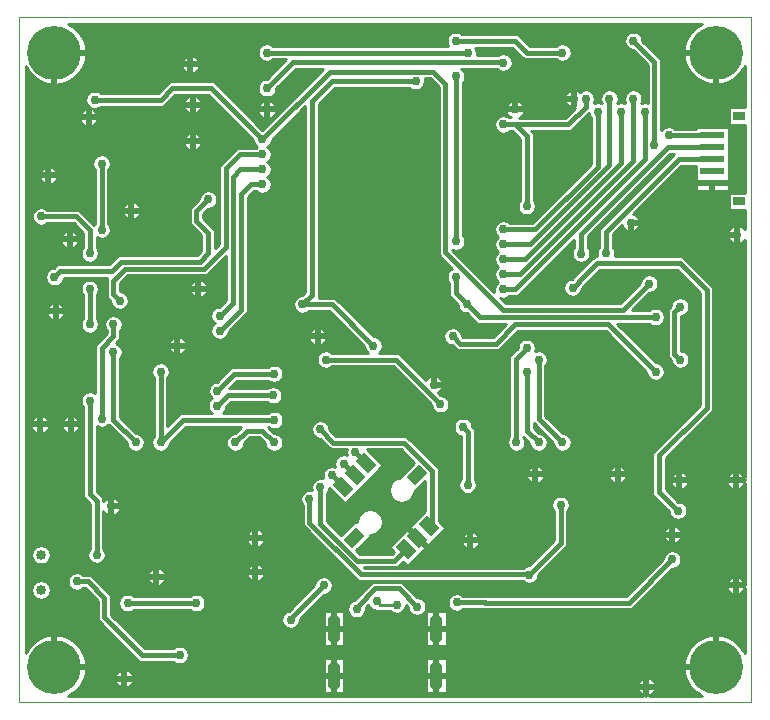
<source format=gbr>
G04 PROTEUS GERBER X2 FILE*
%TF.GenerationSoftware,Labcenter,Proteus,8.17-SP5-Build39395*%
%TF.CreationDate,2025-01-31T21:13:05+00:00*%
%TF.FileFunction,Copper,L2,Bot*%
%TF.FilePolarity,Positive*%
%TF.Part,Single*%
%TF.SameCoordinates,{25d9a88a-2623-41a1-bce1-36a6f26497cc}*%
%FSLAX45Y45*%
%MOMM*%
G01*
%TA.AperFunction,Conductor*%
%ADD11C,0.381000*%
%ADD12C,0.254000*%
%TA.AperFunction,ViaPad*%
%ADD13C,0.762000*%
%TA.AperFunction,Conductor*%
%ADD10C,0.508000*%
%AMPPAD006*
4,1,36,
-0.195200,1.100000,
0.195200,1.100000,
0.256620,1.093810,
0.313830,1.076040,
0.365610,1.047940,
0.410720,1.010720,
0.447940,0.965600,
0.476040,0.913830,
0.493810,0.856620,
0.500000,0.795200,
0.500000,-0.795200,
0.493810,-0.856620,
0.476040,-0.913830,
0.447940,-0.965600,
0.410720,-1.010720,
0.365610,-1.047940,
0.313830,-1.076040,
0.256620,-1.093810,
0.195200,-1.100000,
-0.195200,-1.100000,
-0.256620,-1.093810,
-0.313830,-1.076040,
-0.365610,-1.047940,
-0.410720,-1.010720,
-0.447940,-0.965600,
-0.476040,-0.913830,
-0.493810,-0.856620,
-0.500000,-0.795200,
-0.500000,0.795200,
-0.493810,0.856620,
-0.476040,0.913830,
-0.447940,0.965600,
-0.410720,1.010720,
-0.365610,1.047940,
-0.313830,1.076040,
-0.256620,1.093810,
-0.195200,1.100000,
0*%
%TA.AperFunction,WasherPad*%
%ADD16PPAD006*%
%TA.AperFunction,OtherPad,Unknown*%
%ADD19C,0.762000*%
%AMPPAD041*
4,1,4,
0.898030,-0.179610,
0.179610,-0.898030,
-0.898030,0.179610,
-0.179610,0.898030,
0.898030,-0.179610,
0*%
%TA.AperFunction,SMDPad,CuDef*%
%ADD47PPAD041*%
%AMPPAD042*
4,1,4,
0.179610,0.898030,
0.898030,0.179610,
-0.179610,-0.898030,
-0.898030,-0.179610,
0.179610,0.898030,
0*%
%ADD48PPAD042*%
%TA.AperFunction,ComponentPad*%
%ADD29C,0.850000*%
%TA.AperFunction,OtherPad,Unknown*%
%ADD31C,4.572000*%
%TA.AperFunction,SMDPad,CuDef*%
%ADD49R,2.000000X0.600000*%
%ADD50R,1.000000X0.750000*%
%TA.AperFunction,Profile*%
%ADD46C,0.101600*%
%TD.AperFunction*%
%TA.AperFunction,Conductor*%
G36*
X+5749008Y+5725976D02*
X+5707824Y+5692177D01*
X+5674025Y+5650993D01*
X+5648910Y+5604006D01*
X+5633444Y+5553022D01*
X+5628221Y+5500000D01*
X+5633443Y+5446979D01*
X+5648909Y+5395995D01*
X+5674024Y+5349008D01*
X+5707823Y+5307824D01*
X+5749007Y+5274025D01*
X+5795994Y+5248910D01*
X+5846978Y+5233444D01*
X+5900000Y+5228221D01*
X+5953021Y+5233443D01*
X+6004005Y+5248909D01*
X+6050992Y+5274024D01*
X+6092176Y+5307823D01*
X+6125975Y+5349007D01*
X+6144120Y+5382954D01*
X+6144120Y+5035599D01*
X+6011901Y+5035599D01*
X+6011901Y+4884401D01*
X+6144120Y+4884401D01*
X+6144120Y+4315599D01*
X+6011901Y+4315599D01*
X+6011901Y+4164401D01*
X+6144120Y+4164401D01*
X+6144120Y+4003041D01*
X+6135677Y+4015677D01*
X+6110132Y+4032746D01*
X+6080000Y+4038739D01*
X+6049868Y+4032745D01*
X+6024323Y+4015677D01*
X+6007254Y+3990132D01*
X+6001261Y+3960000D01*
X+6007255Y+3929868D01*
X+6024323Y+3904323D01*
X+6049868Y+3887254D01*
X+6080000Y+3881261D01*
X+6110132Y+3887255D01*
X+6135677Y+3904323D01*
X+6144120Y+3916959D01*
X+6144120Y+1903220D01*
X+6142745Y+1910132D01*
X+6125677Y+1935677D01*
X+6100132Y+1952746D01*
X+6070000Y+1958739D01*
X+6039868Y+1952745D01*
X+6014323Y+1935677D01*
X+5997254Y+1910132D01*
X+5991261Y+1880000D01*
X+5997255Y+1849868D01*
X+6014323Y+1824323D01*
X+6039868Y+1807254D01*
X+6070000Y+1801261D01*
X+6100132Y+1807255D01*
X+6125677Y+1824323D01*
X+6142746Y+1849868D01*
X+6144120Y+1856776D01*
X+6144120Y+1013220D01*
X+6142745Y+1020132D01*
X+6125677Y+1045677D01*
X+6100132Y+1062746D01*
X+6070000Y+1068739D01*
X+6039868Y+1062745D01*
X+6014323Y+1045677D01*
X+5997254Y+1020132D01*
X+5991261Y+990000D01*
X+5997255Y+959868D01*
X+6014323Y+934323D01*
X+6039868Y+917254D01*
X+6070000Y+911261D01*
X+6100132Y+917255D01*
X+6125677Y+934323D01*
X+6142746Y+959868D01*
X+6144120Y+966776D01*
X+6144120Y+417047D01*
X+6125976Y+450992D01*
X+6092177Y+492176D01*
X+6050993Y+525975D01*
X+6004006Y+551090D01*
X+5953022Y+566556D01*
X+5900000Y+571779D01*
X+5846979Y+566557D01*
X+5795995Y+551091D01*
X+5749008Y+525976D01*
X+5707824Y+492177D01*
X+5674025Y+450993D01*
X+5648910Y+404006D01*
X+5633444Y+353022D01*
X+5628221Y+300000D01*
X+5633443Y+246979D01*
X+5648909Y+195995D01*
X+5674024Y+149008D01*
X+5707823Y+107824D01*
X+5749007Y+74025D01*
X+5782954Y+55880D01*
X+5333220Y+55880D01*
X+5340132Y+57255D01*
X+5365677Y+74323D01*
X+5382746Y+99868D01*
X+5388739Y+130000D01*
X+5382745Y+160132D01*
X+5365677Y+185677D01*
X+5340132Y+202746D01*
X+5310000Y+208739D01*
X+5279868Y+202745D01*
X+5254323Y+185677D01*
X+5237254Y+160132D01*
X+5231261Y+130000D01*
X+5237255Y+99868D01*
X+5254323Y+74323D01*
X+5279868Y+57254D01*
X+5286776Y+55880D01*
X+417047Y+55880D01*
X+450992Y+74024D01*
X+492176Y+107823D01*
X+525975Y+149007D01*
X+551090Y+195994D01*
X+566556Y+246978D01*
X+571779Y+300000D01*
X+566557Y+353021D01*
X+551091Y+404005D01*
X+525976Y+450992D01*
X+492177Y+492176D01*
X+450993Y+525975D01*
X+404006Y+551090D01*
X+353022Y+566556D01*
X+300000Y+571779D01*
X+246979Y+566557D01*
X+195995Y+551091D01*
X+149008Y+525976D01*
X+107824Y+492177D01*
X+74025Y+450993D01*
X+55880Y+417046D01*
X+55880Y+5382953D01*
X+74024Y+5349008D01*
X+107823Y+5307824D01*
X+149007Y+5274025D01*
X+195994Y+5248910D01*
X+246978Y+5233444D01*
X+300000Y+5228221D01*
X+353021Y+5233443D01*
X+404005Y+5248909D01*
X+450992Y+5274024D01*
X+492176Y+5307823D01*
X+525975Y+5349007D01*
X+551090Y+5395994D01*
X+566556Y+5446978D01*
X+571779Y+5500000D01*
X+566557Y+5553021D01*
X+551091Y+5604005D01*
X+525976Y+5650992D01*
X+492177Y+5692176D01*
X+450993Y+5725975D01*
X+417046Y+5744120D01*
X+5782953Y+5744120D01*
X+5749008Y+5725976D01*
G37*
%TD.AperFunction*%
%LPC*%
G36*
X+2756099Y+74901D02*
X+2579901Y+74901D01*
X+2579901Y+371099D01*
X+2756099Y+371099D01*
X+2756099Y+74901D01*
G37*
G36*
X+2756099Y+474891D02*
X+2579901Y+474891D01*
X+2579901Y+771089D01*
X+2756099Y+771089D01*
X+2756099Y+474891D01*
G37*
G36*
X+3620099Y+474889D02*
X+3443901Y+474889D01*
X+3443901Y+771087D01*
X+3620099Y+771087D01*
X+3620099Y+474889D01*
G37*
G36*
X+3620099Y+74901D02*
X+3443901Y+74901D01*
X+3443901Y+371099D01*
X+3620099Y+371099D01*
X+3620099Y+74901D01*
G37*
G36*
X+1927254Y+1130132D02*
X+1944323Y+1155677D01*
X+1969868Y+1172745D01*
X+2000000Y+1178739D01*
X+2030132Y+1172746D01*
X+2055677Y+1155677D01*
X+2072745Y+1130132D01*
X+2078739Y+1100000D01*
X+2072746Y+1069868D01*
X+2055677Y+1044323D01*
X+2030132Y+1027255D01*
X+2000000Y+1021261D01*
X+1969868Y+1027254D01*
X+1944323Y+1044323D01*
X+1927255Y+1069868D01*
X+1921261Y+1100000D01*
X+1927254Y+1130132D01*
G37*
G36*
X+1237134Y+1030876D02*
X+1220065Y+1005331D01*
X+1194520Y+988263D01*
X+1164388Y+982269D01*
X+1134256Y+988262D01*
X+1108711Y+1005331D01*
X+1091643Y+1030876D01*
X+1085649Y+1061008D01*
X+1091642Y+1091140D01*
X+1108711Y+1116685D01*
X+1134256Y+1133753D01*
X+1164388Y+1139747D01*
X+1194520Y+1133754D01*
X+1220065Y+1116685D01*
X+1237133Y+1091140D01*
X+1243127Y+1061008D01*
X+1237134Y+1030876D01*
G37*
G36*
X+2172746Y+4989868D02*
X+2155677Y+4964323D01*
X+2130132Y+4947255D01*
X+2100000Y+4941261D01*
X+2069868Y+4947254D01*
X+2044323Y+4964323D01*
X+2027255Y+4989868D01*
X+2021261Y+5020000D01*
X+2027254Y+5050132D01*
X+2044323Y+5075677D01*
X+2069868Y+5092745D01*
X+2100000Y+5098739D01*
X+2130132Y+5092746D01*
X+2155677Y+5075677D01*
X+2172745Y+5050132D01*
X+2178739Y+5020000D01*
X+2172746Y+4989868D01*
G37*
G36*
X+2580132Y+2382746D02*
X+2605677Y+2365677D01*
X+2622745Y+2340132D01*
X+2628222Y+2312597D01*
X+2686540Y+2254280D01*
X+3279801Y+2254280D01*
X+3554425Y+1979656D01*
X+3554425Y+1536358D01*
X+3616378Y+1474405D01*
X+3292667Y+1150693D01*
X+3252255Y+1191105D01*
X+3202607Y+1141457D01*
X+2919510Y+1141457D01*
X+2921454Y+1139514D01*
X+4270065Y+1139514D01*
X+4289868Y+1152745D01*
X+4317402Y+1158222D01*
X+4529905Y+1370725D01*
X+4529905Y+1616066D01*
X+4514309Y+1639408D01*
X+4508315Y+1669540D01*
X+4514308Y+1699672D01*
X+4531377Y+1725217D01*
X+4556922Y+1742285D01*
X+4587054Y+1748279D01*
X+4617186Y+1742286D01*
X+4642731Y+1725217D01*
X+4659799Y+1699672D01*
X+4665793Y+1669540D01*
X+4659800Y+1639408D01*
X+4644203Y+1616065D01*
X+4644203Y+1323383D01*
X+4398222Y+1077402D01*
X+4392746Y+1049868D01*
X+4375677Y+1024323D01*
X+4350132Y+1007255D01*
X+4320000Y+1001261D01*
X+4289868Y+1007254D01*
X+4264323Y+1024323D01*
X+4263726Y+1025216D01*
X+2874112Y+1025216D01*
X+2402851Y+1496477D01*
X+2402851Y+1666526D01*
X+2387255Y+1689868D01*
X+2381261Y+1720000D01*
X+2387254Y+1750132D01*
X+2404323Y+1775677D01*
X+2429868Y+1792745D01*
X+2460000Y+1798739D01*
X+2477132Y+1795331D01*
X+2472065Y+1820804D01*
X+2478058Y+1850936D01*
X+2495127Y+1876481D01*
X+2520672Y+1893549D01*
X+2550804Y+1899543D01*
X+2576340Y+1894463D01*
X+2571261Y+1920000D01*
X+2577254Y+1950132D01*
X+2594323Y+1975677D01*
X+2619868Y+1992745D01*
X+2650000Y+1998739D01*
X+2676540Y+1993460D01*
X+2671261Y+2020000D01*
X+2677254Y+2050132D01*
X+2694323Y+2075677D01*
X+2719868Y+2092745D01*
X+2750000Y+2098739D01*
X+2773871Y+2093991D01*
X+2769123Y+2117862D01*
X+2773522Y+2139982D01*
X+2639198Y+2139982D01*
X+2547402Y+2231777D01*
X+2519868Y+2237254D01*
X+2494323Y+2254323D01*
X+2477255Y+2279868D01*
X+2471261Y+2310000D01*
X+2477254Y+2340132D01*
X+2494323Y+2365677D01*
X+2519868Y+2382745D01*
X+2550000Y+2388739D01*
X+2580132Y+2382746D01*
G37*
G36*
X+154064Y+1173190D02*
X+127092Y+1191212D01*
X+109070Y+1218184D01*
X+102741Y+1250000D01*
X+109070Y+1281816D01*
X+127092Y+1308788D01*
X+154064Y+1326810D01*
X+185880Y+1333139D01*
X+217696Y+1326810D01*
X+244668Y+1308788D01*
X+262690Y+1281816D01*
X+269019Y+1250000D01*
X+262690Y+1218184D01*
X+244668Y+1191212D01*
X+217696Y+1173190D01*
X+185880Y+1166861D01*
X+154064Y+1173190D01*
G37*
G36*
X+154064Y+873190D02*
X+127092Y+891212D01*
X+109070Y+918184D01*
X+102741Y+950000D01*
X+109070Y+981816D01*
X+127092Y+1008788D01*
X+154064Y+1026810D01*
X+185880Y+1033139D01*
X+217696Y+1026810D01*
X+244668Y+1008788D01*
X+262690Y+981816D01*
X+269019Y+950000D01*
X+262690Y+918184D01*
X+244668Y+891212D01*
X+217696Y+873190D01*
X+185880Y+866861D01*
X+154064Y+873190D01*
G37*
G36*
X+962746Y+169868D02*
X+945677Y+144323D01*
X+920132Y+127255D01*
X+890000Y+121261D01*
X+859868Y+127254D01*
X+834323Y+144323D01*
X+817255Y+169868D01*
X+811261Y+200000D01*
X+817254Y+230132D01*
X+834323Y+255677D01*
X+859868Y+272745D01*
X+890000Y+278739D01*
X+920132Y+272746D01*
X+945677Y+255677D01*
X+962745Y+230132D01*
X+968739Y+200000D01*
X+962746Y+169868D01*
G37*
G36*
X+1927254Y+1420132D02*
X+1944323Y+1445677D01*
X+1969868Y+1462745D01*
X+2000000Y+1468739D01*
X+2030132Y+1462746D01*
X+2055677Y+1445677D01*
X+2072745Y+1420132D01*
X+2078739Y+1390000D01*
X+2072746Y+1359868D01*
X+2055677Y+1334323D01*
X+2030132Y+1317255D01*
X+2000000Y+1311261D01*
X+1969868Y+1317254D01*
X+1944323Y+1334323D01*
X+1927255Y+1359868D01*
X+1921261Y+1390000D01*
X+1927254Y+1420132D01*
G37*
G36*
X+382746Y+3279868D02*
X+365677Y+3254323D01*
X+340132Y+3237255D01*
X+310000Y+3231261D01*
X+279868Y+3237254D01*
X+254323Y+3254323D01*
X+237255Y+3279868D01*
X+231261Y+3310000D01*
X+237254Y+3340132D01*
X+254323Y+3365677D01*
X+279868Y+3382745D01*
X+310000Y+3388739D01*
X+340132Y+3382746D01*
X+365677Y+3365677D01*
X+382745Y+3340132D01*
X+388739Y+3310000D01*
X+382746Y+3279868D01*
G37*
G36*
X+364494Y+2383182D02*
X+381563Y+2408727D01*
X+407108Y+2425795D01*
X+437240Y+2431789D01*
X+467372Y+2425796D01*
X+492917Y+2408727D01*
X+509985Y+2383182D01*
X+515979Y+2353050D01*
X+509986Y+2322918D01*
X+492917Y+2297373D01*
X+467372Y+2280305D01*
X+437240Y+2274311D01*
X+407108Y+2280304D01*
X+381563Y+2297373D01*
X+364495Y+2322918D01*
X+358501Y+2353050D01*
X+364494Y+2383182D01*
G37*
G36*
X+502746Y+3890928D02*
X+485677Y+3865383D01*
X+460132Y+3848315D01*
X+430000Y+3842321D01*
X+399868Y+3848314D01*
X+374323Y+3865383D01*
X+357255Y+3890928D01*
X+351261Y+3921060D01*
X+357254Y+3951192D01*
X+374323Y+3976737D01*
X+399868Y+3993805D01*
X+430000Y+3999799D01*
X+460132Y+3993806D01*
X+485677Y+3976737D01*
X+502745Y+3951192D01*
X+508739Y+3921060D01*
X+502746Y+3890928D01*
G37*
G36*
X+105414Y+2383182D02*
X+122483Y+2408727D01*
X+148028Y+2425795D01*
X+178160Y+2431789D01*
X+208292Y+2425796D01*
X+233837Y+2408727D01*
X+250905Y+2383182D01*
X+256899Y+2353050D01*
X+250906Y+2322918D01*
X+233837Y+2297373D01*
X+208292Y+2280305D01*
X+178160Y+2274311D01*
X+148028Y+2280304D01*
X+122483Y+2297373D01*
X+105415Y+2322918D01*
X+99421Y+2353050D01*
X+105414Y+2383182D01*
G37*
G36*
X+2602746Y+3069868D02*
X+2585677Y+3044323D01*
X+2560132Y+3027255D01*
X+2530000Y+3021261D01*
X+2499868Y+3027254D01*
X+2474323Y+3044323D01*
X+2457255Y+3069868D01*
X+2451261Y+3100000D01*
X+2457254Y+3130132D01*
X+2474323Y+3155677D01*
X+2499868Y+3172745D01*
X+2530000Y+3178739D01*
X+2560132Y+3172746D01*
X+2585677Y+3155677D01*
X+2602745Y+3130132D01*
X+2608739Y+3100000D01*
X+2602746Y+3069868D01*
G37*
G36*
X+1592746Y+3469868D02*
X+1575677Y+3444323D01*
X+1550132Y+3427255D01*
X+1520000Y+3421261D01*
X+1489868Y+3427254D01*
X+1464323Y+3444323D01*
X+1447255Y+3469868D01*
X+1441261Y+3500000D01*
X+1447254Y+3530132D01*
X+1464323Y+3555677D01*
X+1489868Y+3572745D01*
X+1520000Y+3578739D01*
X+1550132Y+3572746D01*
X+1575677Y+3555677D01*
X+1592745Y+3530132D01*
X+1598739Y+3500000D01*
X+1592746Y+3469868D01*
G37*
G36*
X+1412746Y+2989868D02*
X+1395677Y+2964323D01*
X+1370132Y+2947255D01*
X+1340000Y+2941261D01*
X+1309868Y+2947254D01*
X+1284323Y+2964323D01*
X+1267255Y+2989868D01*
X+1261261Y+3020000D01*
X+1267254Y+3050132D01*
X+1284323Y+3075677D01*
X+1309868Y+3092745D01*
X+1340000Y+3098739D01*
X+1370132Y+3092746D01*
X+1395677Y+3075677D01*
X+1412745Y+3050132D01*
X+1418739Y+3020000D01*
X+1412746Y+2989868D01*
G37*
G36*
X+830132Y+3272746D02*
X+855677Y+3255677D01*
X+872745Y+3230132D01*
X+878739Y+3200000D01*
X+872746Y+3169868D01*
X+857149Y+3146525D01*
X+857149Y+3077752D01*
X+818334Y+3038937D01*
X+830132Y+3036591D01*
X+855677Y+3019522D01*
X+872745Y+2993977D01*
X+878739Y+2963845D01*
X+872746Y+2933713D01*
X+857149Y+2910370D01*
X+857149Y+2413671D01*
X+992597Y+2278222D01*
X+1020132Y+2272746D01*
X+1045677Y+2255677D01*
X+1062745Y+2230132D01*
X+1068739Y+2200000D01*
X+1062746Y+2169868D01*
X+1045677Y+2144323D01*
X+1020132Y+2127255D01*
X+990000Y+2121261D01*
X+959868Y+2127254D01*
X+934323Y+2144323D01*
X+917255Y+2169868D01*
X+911777Y+2197401D01*
X+759353Y+2349825D01*
X+755677Y+2344323D01*
X+730132Y+2327255D01*
X+700000Y+2321261D01*
X+669868Y+2327254D01*
X+657149Y+2335752D01*
X+657149Y+1786886D01*
X+714851Y+1729184D01*
X+714851Y+1701501D01*
X+724323Y+1715677D01*
X+749868Y+1732745D01*
X+780000Y+1738739D01*
X+810132Y+1732746D01*
X+835677Y+1715677D01*
X+852745Y+1690132D01*
X+858739Y+1660000D01*
X+852746Y+1629868D01*
X+835677Y+1604323D01*
X+810132Y+1587255D01*
X+780000Y+1581261D01*
X+749868Y+1587254D01*
X+724323Y+1604323D01*
X+714851Y+1618499D01*
X+714851Y+1301327D01*
X+730447Y+1277986D01*
X+736441Y+1247854D01*
X+730448Y+1217722D01*
X+713379Y+1192177D01*
X+687834Y+1175109D01*
X+657702Y+1169115D01*
X+627570Y+1175108D01*
X+602025Y+1192177D01*
X+584957Y+1217722D01*
X+578963Y+1247854D01*
X+584956Y+1277986D01*
X+600553Y+1301328D01*
X+600553Y+1681842D01*
X+542851Y+1739544D01*
X+542851Y+2499387D01*
X+527255Y+2522729D01*
X+521261Y+2552861D01*
X+527254Y+2582993D01*
X+544323Y+2608538D01*
X+569868Y+2625606D01*
X+600000Y+2631600D01*
X+630132Y+2625607D01*
X+642851Y+2617108D01*
X+642851Y+3025095D01*
X+676329Y+3058572D01*
X+742851Y+3125094D01*
X+742851Y+3146526D01*
X+727255Y+3169868D01*
X+721261Y+3200000D01*
X+727254Y+3230132D01*
X+744323Y+3255677D01*
X+769868Y+3272745D01*
X+800000Y+3278739D01*
X+830132Y+3272746D01*
G37*
G36*
X+1542746Y+4719868D02*
X+1525677Y+4694323D01*
X+1500132Y+4677255D01*
X+1470000Y+4671261D01*
X+1439868Y+4677254D01*
X+1414323Y+4694323D01*
X+1397255Y+4719868D01*
X+1391261Y+4750000D01*
X+1397254Y+4780132D01*
X+1414323Y+4805677D01*
X+1439868Y+4822745D01*
X+1470000Y+4828739D01*
X+1500132Y+4822746D01*
X+1525677Y+4805677D01*
X+1542745Y+4780132D01*
X+1548739Y+4750000D01*
X+1542746Y+4719868D01*
G37*
G36*
X+1439868Y+4987254D02*
X+1414323Y+5004323D01*
X+1397255Y+5029868D01*
X+1391261Y+5060000D01*
X+1397254Y+5090132D01*
X+1414323Y+5115677D01*
X+1439868Y+5132745D01*
X+1470000Y+5138739D01*
X+1500132Y+5132746D01*
X+1525677Y+5115677D01*
X+1542745Y+5090132D01*
X+1548739Y+5060000D01*
X+1542746Y+5029868D01*
X+1525677Y+5004323D01*
X+1500132Y+4987255D01*
X+1470000Y+4981261D01*
X+1439868Y+4987254D01*
G37*
G36*
X+5230132Y+5672746D02*
X+5255677Y+5655677D01*
X+5272745Y+5630132D01*
X+5278222Y+5602597D01*
X+5437149Y+5443671D01*
X+5437149Y+4844940D01*
X+5444323Y+4855677D01*
X+5469868Y+4872745D01*
X+5500000Y+4878739D01*
X+5530132Y+4872746D01*
X+5553474Y+4857149D01*
X+5731901Y+4857149D01*
X+5731901Y+4868099D01*
X+6008099Y+4868099D01*
X+6008099Y+4331901D01*
X+5731901Y+4331901D01*
X+5731901Y+4542851D01*
X+5609485Y+4542851D01*
X+5201163Y+4134529D01*
X+5210132Y+4132746D01*
X+5235677Y+4115677D01*
X+5252745Y+4090132D01*
X+5258739Y+4060000D01*
X+5252746Y+4029868D01*
X+5235677Y+4004323D01*
X+5210132Y+3987255D01*
X+5180000Y+3981261D01*
X+5149868Y+3987254D01*
X+5124323Y+4004323D01*
X+5107255Y+4029868D01*
X+5105470Y+4038836D01*
X+5027149Y+3960515D01*
X+5027149Y+3853473D01*
X+5042745Y+3830132D01*
X+5048739Y+3800000D01*
X+5044199Y+3777177D01*
X+5617921Y+3777177D01*
X+5879865Y+3515233D01*
X+5879865Y+2469045D01*
X+5476410Y+2065590D01*
X+5476410Y+1804410D01*
X+5582597Y+1698222D01*
X+5610132Y+1692746D01*
X+5635677Y+1675677D01*
X+5652745Y+1650132D01*
X+5658739Y+1620000D01*
X+5652746Y+1589868D01*
X+5635677Y+1564323D01*
X+5610132Y+1547255D01*
X+5580000Y+1541261D01*
X+5549868Y+1547254D01*
X+5524323Y+1564323D01*
X+5507255Y+1589868D01*
X+5501777Y+1617402D01*
X+5362112Y+1757068D01*
X+5362112Y+2112932D01*
X+5765567Y+2516387D01*
X+5765567Y+3467891D01*
X+5570579Y+3662879D01*
X+4920806Y+3662879D01*
X+4851620Y+3593693D01*
X+4851620Y+3593089D01*
X+4765053Y+3506522D01*
X+4759577Y+3478988D01*
X+4742508Y+3453443D01*
X+4716963Y+3436375D01*
X+4686831Y+3430381D01*
X+4656699Y+3436374D01*
X+4631154Y+3453443D01*
X+4614086Y+3478988D01*
X+4608092Y+3509120D01*
X+4614085Y+3539252D01*
X+4631154Y+3564797D01*
X+4656699Y+3581865D01*
X+4684233Y+3587342D01*
X+4737322Y+3640431D01*
X+4737322Y+3641035D01*
X+4873464Y+3777177D01*
X+4895801Y+3777177D01*
X+4891261Y+3800000D01*
X+4897254Y+3830132D01*
X+4912851Y+3853474D01*
X+4912851Y+4007857D01*
X+5547845Y+4642851D01*
X+5515061Y+4642851D01*
X+4815886Y+3943676D01*
X+4815886Y+3852210D01*
X+4831482Y+3828869D01*
X+4837476Y+3798737D01*
X+4831483Y+3768605D01*
X+4814414Y+3743060D01*
X+4788869Y+3725992D01*
X+4758737Y+3719998D01*
X+4728605Y+3725991D01*
X+4703060Y+3743060D01*
X+4685992Y+3768605D01*
X+4679998Y+3798737D01*
X+4685991Y+3828869D01*
X+4701588Y+3852211D01*
X+4701588Y+3916652D01*
X+4223761Y+3438825D01*
X+4152984Y+3438825D01*
X+4129643Y+3423229D01*
X+4099511Y+3417235D01*
X+4077102Y+3421691D01*
X+4122282Y+3376512D01*
X+5088315Y+3376512D01*
X+5257724Y+3545921D01*
X+5263201Y+3573456D01*
X+5280270Y+3599001D01*
X+5305815Y+3616069D01*
X+5335947Y+3622063D01*
X+5366079Y+3616070D01*
X+5391624Y+3599001D01*
X+5408692Y+3573456D01*
X+5414686Y+3543324D01*
X+5408693Y+3513192D01*
X+5391624Y+3487647D01*
X+5366079Y+3470579D01*
X+5338544Y+3465101D01*
X+5191953Y+3318510D01*
X+5336525Y+3318510D01*
X+5359868Y+3334107D01*
X+5390000Y+3340101D01*
X+5420132Y+3334108D01*
X+5445677Y+3317039D01*
X+5462745Y+3291494D01*
X+5468739Y+3261362D01*
X+5462746Y+3231230D01*
X+5445677Y+3205685D01*
X+5420132Y+3188617D01*
X+5390000Y+3182623D01*
X+5359868Y+3188616D01*
X+5336525Y+3204213D01*
X+5066607Y+3204213D01*
X+5392597Y+2878222D01*
X+5420132Y+2872746D01*
X+5445677Y+2855677D01*
X+5462745Y+2830132D01*
X+5468739Y+2800000D01*
X+5462746Y+2769868D01*
X+5445677Y+2744323D01*
X+5420132Y+2727255D01*
X+5390000Y+2721261D01*
X+5359868Y+2727254D01*
X+5334323Y+2744323D01*
X+5317255Y+2769868D01*
X+5311777Y+2797402D01*
X+4966329Y+3142851D01*
X+4223671Y+3142851D01*
X+4060755Y+2979935D01*
X+3711146Y+2979935D01*
X+3669619Y+3021461D01*
X+3642085Y+3026938D01*
X+3616540Y+3044007D01*
X+3599472Y+3069552D01*
X+3593478Y+3099684D01*
X+3599471Y+3129816D01*
X+3616540Y+3155361D01*
X+3642085Y+3172429D01*
X+3672217Y+3178423D01*
X+3702349Y+3172430D01*
X+3727894Y+3155361D01*
X+3744962Y+3129816D01*
X+3750439Y+3102281D01*
X+3758488Y+3094233D01*
X+4013413Y+3094233D01*
X+4123393Y+3204213D01*
X+3878227Y+3204214D01*
X+3790663Y+3291777D01*
X+3763129Y+3297254D01*
X+3737584Y+3314323D01*
X+3720516Y+3339868D01*
X+3715038Y+3367402D01*
X+3642852Y+3439589D01*
X+3642852Y+3463261D01*
X+3642851Y+3546525D01*
X+3627255Y+3569868D01*
X+3621261Y+3600000D01*
X+3627254Y+3630132D01*
X+3644323Y+3655677D01*
X+3666596Y+3670558D01*
X+3552852Y+3784303D01*
X+3552852Y+5211032D01*
X+3481108Y+5282776D01*
X+3434208Y+5282776D01*
X+3438739Y+5260000D01*
X+3432746Y+5229868D01*
X+3415677Y+5204323D01*
X+3390132Y+5187255D01*
X+3360000Y+5181261D01*
X+3329868Y+5187254D01*
X+3306525Y+5202851D01*
X+2676141Y+5202851D01*
X+2539882Y+5066592D01*
X+2539882Y+3427969D01*
X+2537695Y+3425782D01*
X+2675038Y+3425782D01*
X+3002597Y+3098222D01*
X+3030132Y+3092746D01*
X+3055677Y+3075677D01*
X+3072745Y+3050132D01*
X+3078739Y+3020000D01*
X+3072746Y+2989868D01*
X+3055677Y+2964323D01*
X+3044939Y+2957149D01*
X+3213671Y+2957149D01*
X+3442634Y+2728184D01*
X+3454323Y+2745677D01*
X+3479868Y+2762745D01*
X+3510000Y+2768739D01*
X+3540132Y+2762746D01*
X+3565677Y+2745677D01*
X+3582745Y+2720132D01*
X+3588739Y+2690000D01*
X+3582746Y+2659868D01*
X+3565677Y+2634323D01*
X+3548184Y+2622635D01*
X+3569089Y+2601730D01*
X+3596624Y+2596254D01*
X+3622169Y+2579185D01*
X+3639237Y+2553640D01*
X+3645231Y+2523508D01*
X+3639238Y+2493376D01*
X+3622169Y+2467831D01*
X+3596624Y+2450763D01*
X+3566492Y+2444769D01*
X+3536360Y+2450762D01*
X+3510815Y+2467831D01*
X+3493747Y+2493376D01*
X+3488269Y+2520910D01*
X+3166329Y+2842851D01*
X+2653473Y+2842851D01*
X+2630132Y+2827255D01*
X+2600000Y+2821261D01*
X+2569868Y+2827254D01*
X+2544323Y+2844323D01*
X+2527255Y+2869868D01*
X+2521261Y+2900000D01*
X+2527254Y+2930132D01*
X+2544323Y+2955677D01*
X+2569868Y+2972745D01*
X+2600000Y+2978739D01*
X+2630132Y+2972746D01*
X+2653474Y+2957149D01*
X+2955059Y+2957149D01*
X+2944323Y+2964323D01*
X+2927255Y+2989868D01*
X+2921777Y+3017402D01*
X+2627694Y+3311485D01*
X+2453201Y+3311485D01*
X+2429859Y+3295889D01*
X+2399727Y+3289895D01*
X+2369595Y+3295888D01*
X+2344050Y+3312957D01*
X+2326982Y+3338502D01*
X+2320988Y+3368634D01*
X+2326981Y+3398766D01*
X+2344050Y+3424311D01*
X+2369595Y+3441379D01*
X+2397129Y+3446856D01*
X+2425584Y+3475311D01*
X+2425584Y+5050611D01*
X+2138358Y+4763385D01*
X+2132882Y+4735851D01*
X+2115813Y+4710306D01*
X+2104023Y+4702429D01*
X+2115522Y+4694746D01*
X+2132590Y+4669201D01*
X+2138584Y+4639069D01*
X+2132591Y+4608937D01*
X+2115522Y+4583392D01*
X+2103698Y+4575492D01*
X+2115425Y+4567657D01*
X+2132493Y+4542112D01*
X+2138487Y+4511980D01*
X+2132494Y+4481848D01*
X+2115425Y+4456303D01*
X+2103902Y+4448603D01*
X+2115770Y+4440674D01*
X+2132838Y+4415129D01*
X+2138832Y+4384997D01*
X+2132839Y+4354865D01*
X+2115770Y+4329320D01*
X+2090225Y+4312252D01*
X+2060093Y+4306258D01*
X+2029961Y+4312251D01*
X+2006618Y+4327848D01*
X+1988668Y+4327848D01*
X+1937149Y+4276329D01*
X+1937149Y+3301393D01*
X+1778100Y+3142344D01*
X+1772624Y+3114810D01*
X+1755555Y+3089265D01*
X+1730010Y+3072197D01*
X+1699878Y+3066203D01*
X+1669746Y+3072196D01*
X+1644201Y+3089265D01*
X+1627133Y+3114810D01*
X+1621139Y+3144942D01*
X+1627132Y+3175074D01*
X+1644201Y+3200619D01*
X+1656154Y+3208605D01*
X+1644089Y+3216668D01*
X+1627021Y+3242213D01*
X+1621027Y+3272345D01*
X+1627020Y+3302477D01*
X+1644089Y+3328022D01*
X+1669634Y+3345090D01*
X+1697168Y+3350567D01*
X+1752852Y+3406251D01*
X+1752852Y+3776452D01*
X+1590569Y+3614169D01*
X+924989Y+3614169D01*
X+857148Y+3546328D01*
X+857148Y+3477947D01*
X+882814Y+3472843D01*
X+908359Y+3455774D01*
X+925427Y+3430229D01*
X+931421Y+3400097D01*
X+925428Y+3369965D01*
X+908359Y+3344420D01*
X+882814Y+3327352D01*
X+852682Y+3321358D01*
X+822550Y+3327351D01*
X+797005Y+3344420D01*
X+779937Y+3369965D01*
X+774459Y+3397499D01*
X+742852Y+3429107D01*
X+742852Y+3592851D01*
X+377317Y+3592851D01*
X+372746Y+3569868D01*
X+355677Y+3544323D01*
X+330132Y+3527255D01*
X+300000Y+3521261D01*
X+269868Y+3527254D01*
X+244323Y+3544323D01*
X+227255Y+3569868D01*
X+221261Y+3600000D01*
X+227254Y+3630132D01*
X+244323Y+3655677D01*
X+269868Y+3672745D01*
X+297402Y+3678222D01*
X+326329Y+3707149D01*
X+762474Y+3707149D01*
X+842018Y+3786693D01*
X+1505873Y+3786693D01*
X+1542851Y+3823671D01*
X+1542851Y+3953146D01*
X+1444087Y+4051910D01*
X+1444087Y+4180956D01*
X+1523663Y+4260532D01*
X+1529140Y+4288067D01*
X+1546209Y+4313612D01*
X+1571754Y+4330680D01*
X+1601886Y+4336674D01*
X+1632018Y+4330681D01*
X+1657563Y+4313612D01*
X+1674631Y+4288067D01*
X+1680625Y+4257935D01*
X+1674632Y+4227803D01*
X+1657563Y+4202258D01*
X+1632018Y+4185190D01*
X+1604483Y+4179712D01*
X+1558385Y+4133614D01*
X+1558385Y+4099252D01*
X+1657149Y+4000489D01*
X+1657149Y+3842389D01*
X+1692851Y+3878091D01*
X+1692851Y+4543671D01*
X+1845398Y+4696218D01*
X+2006371Y+4696218D01*
X+2015957Y+4702622D01*
X+2004459Y+4710306D01*
X+1987391Y+4735851D01*
X+1981913Y+4763385D01*
X+1602447Y+5142851D01*
X+1323671Y+5142851D01*
X+1223671Y+5042851D01*
X+693473Y+5042851D01*
X+670132Y+5027255D01*
X+640000Y+5021261D01*
X+623271Y+5024588D01*
X+645677Y+5009617D01*
X+662745Y+4984072D01*
X+668739Y+4953940D01*
X+662746Y+4923808D01*
X+645677Y+4898263D01*
X+620132Y+4881195D01*
X+590000Y+4875201D01*
X+559868Y+4881194D01*
X+534323Y+4898263D01*
X+517255Y+4923808D01*
X+511261Y+4953940D01*
X+517254Y+4984072D01*
X+534323Y+5009617D01*
X+559868Y+5026685D01*
X+590000Y+5032679D01*
X+606728Y+5029351D01*
X+584323Y+5044323D01*
X+567255Y+5069868D01*
X+561261Y+5100000D01*
X+567254Y+5130132D01*
X+584323Y+5155677D01*
X+609868Y+5172745D01*
X+640000Y+5178739D01*
X+670132Y+5172746D01*
X+693474Y+5157149D01*
X+1176329Y+5157149D01*
X+1276329Y+5257149D01*
X+1649790Y+5257149D01*
X+2060136Y+4846803D01*
X+2576184Y+5362851D01*
X+2343671Y+5362851D01*
X+2178222Y+5197402D01*
X+2172746Y+5169868D01*
X+2155677Y+5144323D01*
X+2130132Y+5127255D01*
X+2100000Y+5121261D01*
X+2069868Y+5127254D01*
X+2044323Y+5144323D01*
X+2027255Y+5169868D01*
X+2021261Y+5200000D01*
X+2027254Y+5230132D01*
X+2044323Y+5255677D01*
X+2069868Y+5272745D01*
X+2097402Y+5278222D01*
X+2262031Y+5442851D01*
X+2153473Y+5442851D01*
X+2130132Y+5427255D01*
X+2100000Y+5421261D01*
X+2069868Y+5427254D01*
X+2044323Y+5444323D01*
X+2027255Y+5469868D01*
X+2021261Y+5500000D01*
X+2027254Y+5530132D01*
X+2044323Y+5555677D01*
X+2069868Y+5572745D01*
X+2100000Y+5578739D01*
X+2130132Y+5572746D01*
X+2153474Y+5557149D01*
X+3635753Y+5557149D01*
X+3627255Y+5569868D01*
X+3621261Y+5600000D01*
X+3627254Y+5630132D01*
X+3644323Y+5655677D01*
X+3669868Y+5672745D01*
X+3700000Y+5678739D01*
X+3730132Y+5672746D01*
X+3753474Y+5657149D01*
X+4223671Y+5657149D01*
X+4323671Y+5557149D01*
X+4546526Y+5557149D01*
X+4569868Y+5572745D01*
X+4600000Y+5578739D01*
X+4630132Y+5572746D01*
X+4655677Y+5555677D01*
X+4672745Y+5530132D01*
X+4678739Y+5500000D01*
X+4672746Y+5469868D01*
X+4655677Y+5444323D01*
X+4630132Y+5427255D01*
X+4600000Y+5421261D01*
X+4569868Y+5427254D01*
X+4546525Y+5442851D01*
X+4276329Y+5442851D01*
X+4176329Y+5542851D01*
X+3864246Y+5542851D01*
X+3872745Y+5530132D01*
X+3878739Y+5500000D01*
X+3874194Y+5477149D01*
X+4055585Y+5477149D01*
X+4071271Y+5487629D01*
X+4101403Y+5493623D01*
X+4131535Y+5487630D01*
X+4157080Y+5470561D01*
X+4174148Y+5445016D01*
X+4180142Y+5414884D01*
X+4174149Y+5384752D01*
X+4157080Y+5359207D01*
X+4131535Y+5342139D01*
X+4101403Y+5336145D01*
X+4071271Y+5342138D01*
X+4045726Y+5359207D01*
X+4043291Y+5362851D01*
X+3744940Y+5362851D01*
X+3755677Y+5355677D01*
X+3772745Y+5330132D01*
X+3778739Y+5300000D01*
X+3772746Y+5269868D01*
X+3757148Y+5246525D01*
X+3757148Y+3956014D01*
X+3772745Y+3932672D01*
X+3778739Y+3902540D01*
X+3772746Y+3872408D01*
X+3755677Y+3846863D01*
X+3730132Y+3829795D01*
X+3700000Y+3823801D01*
X+3669868Y+3829794D01*
X+3667255Y+3831539D01*
X+4025229Y+3473564D01*
X+4020772Y+3495974D01*
X+4026765Y+3526106D01*
X+4043834Y+3551651D01*
X+4056165Y+3559890D01*
X+4044387Y+3567761D01*
X+4027319Y+3593306D01*
X+4021325Y+3623438D01*
X+4027318Y+3653570D01*
X+4044387Y+3679115D01*
X+4055735Y+3686697D01*
X+4044323Y+3694323D01*
X+4027255Y+3719868D01*
X+4021261Y+3750000D01*
X+4027254Y+3780132D01*
X+4044323Y+3805677D01*
X+4055764Y+3813321D01*
X+4044055Y+3821146D01*
X+4026987Y+3846691D01*
X+4020993Y+3876823D01*
X+4026986Y+3906955D01*
X+4044055Y+3932500D01*
X+4056029Y+3940500D01*
X+4044323Y+3948323D01*
X+4027255Y+3973868D01*
X+4021261Y+4004000D01*
X+4027254Y+4034132D01*
X+4044323Y+4059677D01*
X+4069868Y+4076745D01*
X+4100000Y+4082739D01*
X+4130132Y+4076746D01*
X+4153474Y+4061149D01*
X+4346633Y+4061149D01*
X+4842851Y+4557367D01*
X+4842851Y+4946526D01*
X+4827255Y+4969868D01*
X+4823943Y+4986516D01*
X+4673359Y+4835932D01*
X+4338825Y+4835932D01*
X+4357148Y+4817609D01*
X+4357148Y+4253474D01*
X+4372745Y+4230132D01*
X+4378739Y+4200000D01*
X+4372746Y+4169868D01*
X+4355677Y+4144323D01*
X+4330132Y+4127255D01*
X+4300000Y+4121261D01*
X+4269868Y+4127254D01*
X+4244323Y+4144323D01*
X+4227255Y+4169868D01*
X+4221261Y+4200000D01*
X+4227254Y+4230132D01*
X+4242851Y+4253474D01*
X+4242851Y+4770265D01*
X+4177185Y+4835932D01*
X+4153473Y+4835932D01*
X+4130132Y+4820336D01*
X+4100000Y+4814342D01*
X+4069868Y+4820335D01*
X+4044323Y+4837404D01*
X+4027255Y+4862949D01*
X+4021261Y+4893081D01*
X+4027254Y+4923213D01*
X+4044323Y+4948758D01*
X+4069868Y+4965826D01*
X+4100000Y+4971820D01*
X+4130132Y+4965827D01*
X+4152523Y+4950865D01*
X+4164463Y+4950865D01*
X+4144323Y+4964323D01*
X+4127255Y+4989868D01*
X+4121261Y+5020000D01*
X+4127254Y+5050132D01*
X+4144323Y+5075677D01*
X+4169868Y+5092745D01*
X+4200000Y+5098739D01*
X+4230132Y+5092746D01*
X+4255677Y+5075677D01*
X+4272745Y+5050132D01*
X+4278739Y+5020000D01*
X+4272746Y+4989868D01*
X+4255677Y+4964323D01*
X+4234584Y+4950230D01*
X+4626017Y+4950230D01*
X+4708798Y+5033011D01*
X+4700000Y+5031261D01*
X+4669868Y+5037254D01*
X+4644323Y+5054323D01*
X+4627255Y+5079868D01*
X+4621261Y+5110000D01*
X+4627254Y+5140132D01*
X+4644323Y+5165677D01*
X+4669868Y+5182745D01*
X+4700000Y+5188739D01*
X+4730132Y+5182746D01*
X+4750000Y+5169470D01*
X+4769868Y+5182745D01*
X+4800000Y+5188739D01*
X+4830132Y+5182746D01*
X+4855677Y+5165677D01*
X+4872745Y+5140132D01*
X+4878739Y+5110000D01*
X+4872746Y+5079868D01*
X+4866468Y+5070473D01*
X+4869868Y+5072745D01*
X+4900000Y+5078739D01*
X+4930132Y+5072746D01*
X+4933531Y+5070474D01*
X+4927255Y+5079868D01*
X+4921261Y+5110000D01*
X+4927254Y+5140132D01*
X+4944323Y+5165677D01*
X+4969868Y+5182745D01*
X+5000000Y+5188739D01*
X+5030132Y+5182746D01*
X+5055677Y+5165677D01*
X+5072745Y+5140132D01*
X+5078739Y+5110000D01*
X+5072746Y+5079868D01*
X+5066468Y+5070473D01*
X+5069868Y+5072745D01*
X+5100000Y+5078739D01*
X+5130132Y+5072746D01*
X+5133531Y+5070474D01*
X+5127255Y+5079868D01*
X+5121261Y+5110000D01*
X+5127254Y+5140132D01*
X+5144323Y+5165677D01*
X+5169868Y+5182745D01*
X+5200000Y+5188739D01*
X+5230132Y+5182746D01*
X+5255677Y+5165677D01*
X+5272745Y+5140132D01*
X+5278739Y+5110000D01*
X+5272746Y+5079868D01*
X+5266468Y+5070473D01*
X+5269868Y+5072745D01*
X+5300000Y+5078739D01*
X+5322851Y+5074194D01*
X+5322851Y+5396329D01*
X+5197402Y+5521777D01*
X+5169868Y+5527254D01*
X+5144323Y+5544323D01*
X+5127255Y+5569868D01*
X+5121261Y+5600000D01*
X+5127254Y+5630132D01*
X+5144323Y+5655677D01*
X+5169868Y+5672745D01*
X+5200000Y+5678739D01*
X+5230132Y+5672746D01*
G37*
G36*
X+322746Y+4429868D02*
X+305677Y+4404323D01*
X+280132Y+4387255D01*
X+250000Y+4381261D01*
X+219868Y+4387254D01*
X+194323Y+4404323D01*
X+177255Y+4429868D01*
X+171261Y+4460000D01*
X+177254Y+4490132D01*
X+194323Y+4515677D01*
X+219868Y+4532745D01*
X+250000Y+4538739D01*
X+280132Y+4532746D01*
X+305677Y+4515677D01*
X+322745Y+4490132D01*
X+328739Y+4460000D01*
X+322746Y+4429868D01*
G37*
G36*
X+1022746Y+4129868D02*
X+1005677Y+4104323D01*
X+980132Y+4087255D01*
X+950000Y+4081261D01*
X+919868Y+4087254D01*
X+894323Y+4104323D01*
X+877255Y+4129868D01*
X+871261Y+4160000D01*
X+877254Y+4190132D01*
X+894323Y+4215677D01*
X+919868Y+4232745D01*
X+950000Y+4238739D01*
X+980132Y+4232746D01*
X+1005677Y+4215677D01*
X+1022745Y+4190132D01*
X+1028739Y+4160000D01*
X+1022746Y+4129868D01*
G37*
G36*
X+5142746Y+1899868D02*
X+5125677Y+1874323D01*
X+5100132Y+1857255D01*
X+5070000Y+1851261D01*
X+5039868Y+1857254D01*
X+5014323Y+1874323D01*
X+4997255Y+1899868D01*
X+4991261Y+1930000D01*
X+4997254Y+1960132D01*
X+5014323Y+1985677D01*
X+5039868Y+2002745D01*
X+5070000Y+2008739D01*
X+5100132Y+2002746D01*
X+5125677Y+1985677D01*
X+5142745Y+1960132D01*
X+5148739Y+1930000D01*
X+5142746Y+1899868D01*
G37*
G36*
X+5620132Y+1952746D02*
X+5645677Y+1935677D01*
X+5662745Y+1910132D01*
X+5668739Y+1880000D01*
X+5662746Y+1849868D01*
X+5645677Y+1824323D01*
X+5620132Y+1807255D01*
X+5590000Y+1801261D01*
X+5559868Y+1807254D01*
X+5534323Y+1824323D01*
X+5517255Y+1849868D01*
X+5511261Y+1880000D01*
X+5517254Y+1910132D01*
X+5534323Y+1935677D01*
X+5559868Y+1952745D01*
X+5590000Y+1958739D01*
X+5620132Y+1952746D01*
G37*
G36*
X+5602746Y+1389868D02*
X+5585677Y+1364323D01*
X+5560132Y+1347255D01*
X+5530000Y+1341261D01*
X+5499868Y+1347254D01*
X+5474323Y+1364323D01*
X+5457255Y+1389868D01*
X+5451261Y+1420000D01*
X+5457254Y+1450132D01*
X+5474323Y+1475677D01*
X+5499868Y+1492745D01*
X+5530000Y+1498739D01*
X+5560132Y+1492746D01*
X+5585677Y+1475677D01*
X+5602745Y+1450132D01*
X+5608739Y+1420000D01*
X+5602746Y+1389868D01*
G37*
G36*
X+3892746Y+1339868D02*
X+3875677Y+1314323D01*
X+3850132Y+1297255D01*
X+3820000Y+1291261D01*
X+3789868Y+1297254D01*
X+3764323Y+1314323D01*
X+3747255Y+1339868D01*
X+3741261Y+1370000D01*
X+3747254Y+1400132D01*
X+3764323Y+1425677D01*
X+3789868Y+1442745D01*
X+3820000Y+1448739D01*
X+3850132Y+1442746D01*
X+3875677Y+1425677D01*
X+3892745Y+1400132D01*
X+3898739Y+1370000D01*
X+3892746Y+1339868D01*
G37*
G36*
X+4442746Y+1899868D02*
X+4425677Y+1874323D01*
X+4400132Y+1857255D01*
X+4370000Y+1851261D01*
X+4339868Y+1857254D01*
X+4314323Y+1874323D01*
X+4297255Y+1899868D01*
X+4291261Y+1930000D01*
X+4297254Y+1960132D01*
X+4314323Y+1985677D01*
X+4339868Y+2002745D01*
X+4370000Y+2008739D01*
X+4400132Y+2002746D01*
X+4425677Y+1985677D01*
X+4442745Y+1960132D01*
X+4448739Y+1930000D01*
X+4442746Y+1899868D01*
G37*
G36*
X+1419868Y+5327254D02*
X+1394323Y+5344323D01*
X+1377255Y+5369868D01*
X+1371261Y+5400000D01*
X+1377254Y+5430132D01*
X+1394323Y+5455677D01*
X+1419868Y+5472745D01*
X+1450000Y+5478739D01*
X+1480132Y+5472746D01*
X+1505677Y+5455677D01*
X+1522745Y+5430132D01*
X+1528739Y+5400000D01*
X+1522746Y+5369868D01*
X+1505677Y+5344323D01*
X+1480132Y+5327255D01*
X+1450000Y+5321261D01*
X+1419868Y+5327254D01*
G37*
G36*
X+3122451Y+4147549D02*
X+3100000Y+4138250D01*
X+3077549Y+4147549D01*
X+3068250Y+4170000D01*
X+3077549Y+4192451D01*
X+3100000Y+4201750D01*
X+3122451Y+4192451D01*
X+3131750Y+4170000D01*
X+3122451Y+4147549D01*
G37*
G36*
X+3122451Y+4347549D02*
X+3100000Y+4338250D01*
X+3077549Y+4347549D01*
X+3068250Y+4370000D01*
X+3077549Y+4392451D01*
X+3100000Y+4401750D01*
X+3122451Y+4392451D01*
X+3131750Y+4370000D01*
X+3122451Y+4347549D01*
G37*
G36*
X+2922451Y+4147549D02*
X+2900000Y+4138250D01*
X+2877549Y+4147549D01*
X+2868250Y+4170000D01*
X+2877549Y+4192451D01*
X+2900000Y+4201750D01*
X+2922451Y+4192451D01*
X+2931750Y+4170000D01*
X+2922451Y+4147549D01*
G37*
G36*
X+2922451Y+4347549D02*
X+2900000Y+4338250D01*
X+2877549Y+4347549D01*
X+2868250Y+4370000D01*
X+2877549Y+4392451D01*
X+2900000Y+4401750D01*
X+2922451Y+4392451D01*
X+2931750Y+4370000D01*
X+2922451Y+4347549D01*
G37*
G36*
X+521060Y+1096828D02*
X+544402Y+1081231D01*
X+606444Y+1081231D01*
X+781125Y+906550D01*
X+781125Y+742369D01*
X+1066345Y+457149D01*
X+1306526Y+457149D01*
X+1329868Y+472745D01*
X+1360000Y+478739D01*
X+1390132Y+472746D01*
X+1415677Y+455677D01*
X+1432745Y+430132D01*
X+1438739Y+400000D01*
X+1432746Y+369868D01*
X+1415677Y+344323D01*
X+1390132Y+327255D01*
X+1360000Y+321261D01*
X+1329868Y+327254D01*
X+1306525Y+342851D01*
X+1019003Y+342851D01*
X+666827Y+695027D01*
X+666827Y+859208D01*
X+559102Y+966933D01*
X+544401Y+966933D01*
X+521060Y+951337D01*
X+490928Y+945343D01*
X+460796Y+951336D01*
X+435251Y+968405D01*
X+418183Y+993950D01*
X+412189Y+1024082D01*
X+418182Y+1054214D01*
X+435251Y+1079759D01*
X+460796Y+1096827D01*
X+490928Y+1102821D01*
X+521060Y+1096828D01*
G37*
G36*
X+630132Y+3572746D02*
X+655677Y+3555677D01*
X+672745Y+3530132D01*
X+678739Y+3500000D01*
X+672746Y+3469868D01*
X+657149Y+3446525D01*
X+657149Y+3253473D01*
X+672745Y+3230132D01*
X+678739Y+3200000D01*
X+672746Y+3169868D01*
X+655677Y+3144323D01*
X+630132Y+3127255D01*
X+600000Y+3121261D01*
X+569868Y+3127254D01*
X+544323Y+3144323D01*
X+527255Y+3169868D01*
X+521261Y+3200000D01*
X+527254Y+3230132D01*
X+542851Y+3253474D01*
X+542851Y+3446526D01*
X+527255Y+3469868D01*
X+521261Y+3500000D01*
X+527254Y+3530132D01*
X+544323Y+3555677D01*
X+569868Y+3572745D01*
X+600000Y+3578739D01*
X+630132Y+3572746D01*
G37*
G36*
X+730132Y+4632746D02*
X+755677Y+4615677D01*
X+772745Y+4590132D01*
X+778739Y+4560000D01*
X+772746Y+4529868D01*
X+757149Y+4506525D01*
X+757149Y+4053473D01*
X+772745Y+4030132D01*
X+778739Y+4000000D01*
X+772746Y+3969868D01*
X+755677Y+3944323D01*
X+730132Y+3927255D01*
X+700000Y+3921261D01*
X+669868Y+3927254D01*
X+657149Y+3935752D01*
X+657149Y+3853473D01*
X+672745Y+3830132D01*
X+678739Y+3800000D01*
X+672746Y+3769868D01*
X+655677Y+3744323D01*
X+630132Y+3727255D01*
X+600000Y+3721261D01*
X+569868Y+3727254D01*
X+544323Y+3744323D01*
X+527255Y+3769868D01*
X+521261Y+3800000D01*
X+527254Y+3830132D01*
X+542851Y+3853474D01*
X+542851Y+3976351D01*
X+463190Y+4056012D01*
X+240982Y+4056012D01*
X+217641Y+4040416D01*
X+187509Y+4034422D01*
X+157377Y+4040415D01*
X+131832Y+4057484D01*
X+114764Y+4083029D01*
X+108770Y+4113161D01*
X+114763Y+4143293D01*
X+131832Y+4168838D01*
X+157377Y+4185906D01*
X+187509Y+4191900D01*
X+217641Y+4185907D01*
X+240983Y+4170310D01*
X+510532Y+4170310D01*
X+636649Y+4044192D01*
X+642851Y+4053474D01*
X+642851Y+4506526D01*
X+627255Y+4529868D01*
X+621261Y+4560000D01*
X+627254Y+4590132D01*
X+644323Y+4615677D01*
X+669868Y+4632745D01*
X+700000Y+4638739D01*
X+730132Y+4632746D01*
G37*
G36*
X+4330132Y+3072746D02*
X+4355677Y+3055677D01*
X+4372745Y+3030132D01*
X+4378739Y+3000000D01*
X+4373460Y+2973459D01*
X+4400000Y+2978739D01*
X+4430132Y+2972746D01*
X+4455677Y+2955677D01*
X+4472745Y+2930132D01*
X+4478739Y+2900000D01*
X+4472746Y+2869868D01*
X+4457149Y+2846525D01*
X+4457149Y+2423671D01*
X+4602597Y+2278222D01*
X+4630132Y+2272746D01*
X+4655677Y+2255677D01*
X+4672745Y+2230132D01*
X+4678739Y+2200000D01*
X+4672746Y+2169868D01*
X+4655677Y+2144323D01*
X+4630132Y+2127255D01*
X+4600000Y+2121261D01*
X+4569868Y+2127254D01*
X+4544323Y+2144323D01*
X+4527255Y+2169868D01*
X+4521777Y+2197402D01*
X+4357149Y+2362031D01*
X+4357149Y+2323671D01*
X+4402597Y+2278222D01*
X+4430132Y+2272746D01*
X+4455677Y+2255677D01*
X+4472745Y+2230132D01*
X+4478739Y+2200000D01*
X+4472746Y+2169868D01*
X+4455677Y+2144323D01*
X+4430132Y+2127255D01*
X+4400000Y+2121261D01*
X+4369868Y+2127254D01*
X+4344323Y+2144323D01*
X+4327255Y+2169868D01*
X+4321777Y+2197402D01*
X+4270054Y+2249125D01*
X+4282745Y+2230132D01*
X+4288739Y+2200000D01*
X+4282746Y+2169868D01*
X+4265677Y+2144323D01*
X+4240132Y+2127255D01*
X+4210000Y+2121261D01*
X+4179868Y+2127254D01*
X+4154323Y+2144323D01*
X+4137255Y+2169868D01*
X+4131261Y+2200000D01*
X+4137254Y+2230132D01*
X+4152851Y+2253474D01*
X+4152851Y+2933671D01*
X+4221777Y+3002597D01*
X+4227254Y+3030132D01*
X+4244323Y+3055677D01*
X+4269868Y+3072745D01*
X+4300000Y+3078739D01*
X+4330132Y+3072746D01*
G37*
G36*
X+5627685Y+3422342D02*
X+5653230Y+3405273D01*
X+5670298Y+3379728D01*
X+5676292Y+3349596D01*
X+5670299Y+3319464D01*
X+5653230Y+3293919D01*
X+5627685Y+3276851D01*
X+5607149Y+3272765D01*
X+5607149Y+2975802D01*
X+5627814Y+2971692D01*
X+5653359Y+2954623D01*
X+5670427Y+2929078D01*
X+5676421Y+2898946D01*
X+5670428Y+2868814D01*
X+5653359Y+2843269D01*
X+5627814Y+2826201D01*
X+5597682Y+2820207D01*
X+5567550Y+2826200D01*
X+5542005Y+2843269D01*
X+5524937Y+2868814D01*
X+5519459Y+2896348D01*
X+5492851Y+2922957D01*
X+5492851Y+3325714D01*
X+5519330Y+3352193D01*
X+5524807Y+3379728D01*
X+5541876Y+3405273D01*
X+5567421Y+3422341D01*
X+5597553Y+3428335D01*
X+5627685Y+3422342D01*
G37*
G36*
X+3372597Y+888222D02*
X+3400132Y+882746D01*
X+3425677Y+865677D01*
X+3442745Y+840132D01*
X+3448739Y+810000D01*
X+3442746Y+779868D01*
X+3425677Y+754323D01*
X+3400132Y+737255D01*
X+3370000Y+731261D01*
X+3339868Y+737254D01*
X+3314323Y+754323D01*
X+3297255Y+779868D01*
X+3291777Y+807401D01*
X+3275068Y+824111D01*
X+3269626Y+796748D01*
X+3252557Y+771203D01*
X+3227012Y+754135D01*
X+3196880Y+748141D01*
X+3166748Y+754134D01*
X+3141203Y+771203D01*
X+3137943Y+776081D01*
X+3037453Y+776081D01*
X+3028299Y+774260D01*
X+2998167Y+780253D01*
X+2972622Y+797322D01*
X+2955747Y+822576D01*
X+2936155Y+802984D01*
X+2938739Y+790000D01*
X+2932746Y+759868D01*
X+2915677Y+734323D01*
X+2890132Y+717255D01*
X+2860000Y+711261D01*
X+2829868Y+717254D01*
X+2804323Y+734323D01*
X+2787255Y+759868D01*
X+2781261Y+790000D01*
X+2787254Y+820132D01*
X+2804323Y+845677D01*
X+2829868Y+862745D01*
X+2835370Y+863839D01*
X+2992316Y+1020785D01*
X+3240035Y+1020785D01*
X+3372597Y+888222D01*
G37*
G36*
X+5560132Y+1282746D02*
X+5585677Y+1265677D01*
X+5602745Y+1240132D01*
X+5608739Y+1210000D01*
X+5602746Y+1179868D01*
X+5585677Y+1154323D01*
X+5560132Y+1137255D01*
X+5532597Y+1131777D01*
X+5187769Y+786948D01*
X+3925436Y+786948D01*
X+3924930Y+787453D01*
X+3761607Y+787453D01*
X+3738266Y+771857D01*
X+3708134Y+765863D01*
X+3678002Y+771856D01*
X+3652457Y+788925D01*
X+3635389Y+814470D01*
X+3629395Y+844602D01*
X+3635388Y+874734D01*
X+3652457Y+900279D01*
X+3678002Y+917347D01*
X+3708134Y+923341D01*
X+3738266Y+917348D01*
X+3761608Y+901750D01*
X+3972274Y+901750D01*
X+3972778Y+901246D01*
X+5140426Y+901246D01*
X+5451777Y+1212597D01*
X+5457254Y+1240132D01*
X+5474323Y+1265677D01*
X+5499868Y+1282745D01*
X+5530000Y+1288739D01*
X+5560132Y+1282746D01*
G37*
G36*
X+1230132Y+2872746D02*
X+1255677Y+2855677D01*
X+1272745Y+2830132D01*
X+1278739Y+2800000D01*
X+1272746Y+2769868D01*
X+1257149Y+2746525D01*
X+1257149Y+2337969D01*
X+1366329Y+2447149D01*
X+1630831Y+2447149D01*
X+1621720Y+2453237D01*
X+1604652Y+2478782D01*
X+1598658Y+2508914D01*
X+1604651Y+2539046D01*
X+1621720Y+2564591D01*
X+1635542Y+2573826D01*
X+1624323Y+2581323D01*
X+1607255Y+2606868D01*
X+1601261Y+2637000D01*
X+1607254Y+2667132D01*
X+1624323Y+2692677D01*
X+1649868Y+2709745D01*
X+1677402Y+2715222D01*
X+1799329Y+2837149D01*
X+2106526Y+2837149D01*
X+2129868Y+2852745D01*
X+2160000Y+2858739D01*
X+2190132Y+2852746D01*
X+2215677Y+2835677D01*
X+2232745Y+2810132D01*
X+2238739Y+2780000D01*
X+2232746Y+2749868D01*
X+2215677Y+2724323D01*
X+2190132Y+2707255D01*
X+2160000Y+2701261D01*
X+2129868Y+2707254D01*
X+2106525Y+2722851D01*
X+1846671Y+2722851D01*
X+1781069Y+2657249D01*
X+2097320Y+2657249D01*
X+2120662Y+2672845D01*
X+2150794Y+2678839D01*
X+2180926Y+2672846D01*
X+2206471Y+2655777D01*
X+2223539Y+2630232D01*
X+2229533Y+2600100D01*
X+2223540Y+2569968D01*
X+2206471Y+2544423D01*
X+2180926Y+2527355D01*
X+2150794Y+2521361D01*
X+2120662Y+2527354D01*
X+2097319Y+2542951D01*
X+1792254Y+2542951D01*
X+1755619Y+2506316D01*
X+1750143Y+2478782D01*
X+1733074Y+2453237D01*
X+1723962Y+2447149D01*
X+2106526Y+2447149D01*
X+2129868Y+2462745D01*
X+2160000Y+2468739D01*
X+2190132Y+2462746D01*
X+2215677Y+2445677D01*
X+2232745Y+2420132D01*
X+2238739Y+2390000D01*
X+2232746Y+2359868D01*
X+2215677Y+2334323D01*
X+2190132Y+2317255D01*
X+2160000Y+2311261D01*
X+2129868Y+2317254D01*
X+2110875Y+2329944D01*
X+2162597Y+2278222D01*
X+2190132Y+2272746D01*
X+2215677Y+2255677D01*
X+2232745Y+2230132D01*
X+2238739Y+2200000D01*
X+2232746Y+2169868D01*
X+2215677Y+2144323D01*
X+2190132Y+2127255D01*
X+2160000Y+2121261D01*
X+2129868Y+2127254D01*
X+2104323Y+2144323D01*
X+2087255Y+2169868D01*
X+2081777Y+2197402D01*
X+2036329Y+2242851D01*
X+1953669Y+2242851D01*
X+1908222Y+2197403D01*
X+1902746Y+2169868D01*
X+1885677Y+2144323D01*
X+1860132Y+2127255D01*
X+1830000Y+2121261D01*
X+1799868Y+2127254D01*
X+1774323Y+2144323D01*
X+1757255Y+2169868D01*
X+1751261Y+2200000D01*
X+1757254Y+2230132D01*
X+1774323Y+2255677D01*
X+1799868Y+2272745D01*
X+1827400Y+2278221D01*
X+1882029Y+2332851D01*
X+1413671Y+2332851D01*
X+1278222Y+2197402D01*
X+1272746Y+2169868D01*
X+1255677Y+2144323D01*
X+1230132Y+2127255D01*
X+1200000Y+2121261D01*
X+1169868Y+2127254D01*
X+1144323Y+2144323D01*
X+1127255Y+2169868D01*
X+1121261Y+2200000D01*
X+1127254Y+2230132D01*
X+1142851Y+2253474D01*
X+1142851Y+2746526D01*
X+1127255Y+2769868D01*
X+1121261Y+2800000D01*
X+1127254Y+2830132D01*
X+1144323Y+2855677D01*
X+1169868Y+2872745D01*
X+1200000Y+2878739D01*
X+1230132Y+2872746D01*
G37*
G36*
X+1530132Y+912746D02*
X+1555677Y+895677D01*
X+1572745Y+870132D01*
X+1578739Y+840000D01*
X+1572746Y+809868D01*
X+1555677Y+784323D01*
X+1530132Y+767255D01*
X+1500000Y+761261D01*
X+1469868Y+767254D01*
X+1446525Y+782851D01*
X+973471Y+782851D01*
X+950130Y+767255D01*
X+919998Y+761261D01*
X+889866Y+767254D01*
X+864321Y+784323D01*
X+847253Y+809868D01*
X+841259Y+840000D01*
X+847252Y+870132D01*
X+864321Y+895677D01*
X+889866Y+912745D01*
X+919998Y+918739D01*
X+950130Y+912746D01*
X+973472Y+897149D01*
X+1446526Y+897149D01*
X+1469868Y+912745D01*
X+1500000Y+918739D01*
X+1530132Y+912746D01*
G37*
G36*
X+2610132Y+1062746D02*
X+2635677Y+1045677D01*
X+2652745Y+1020132D01*
X+2658739Y+990000D01*
X+2652746Y+959868D01*
X+2635677Y+934323D01*
X+2610132Y+917255D01*
X+2582597Y+911777D01*
X+2377425Y+706605D01*
X+2378739Y+700000D01*
X+2372746Y+669868D01*
X+2355677Y+644323D01*
X+2330132Y+627255D01*
X+2300000Y+621261D01*
X+2269868Y+627254D01*
X+2244323Y+644323D01*
X+2227255Y+669868D01*
X+2221261Y+700000D01*
X+2227254Y+730132D01*
X+2244323Y+755677D01*
X+2269868Y+772745D01*
X+2284919Y+775739D01*
X+2501777Y+992597D01*
X+2507254Y+1020132D01*
X+2524323Y+1045677D01*
X+2549868Y+1062745D01*
X+2580000Y+1068739D01*
X+2610132Y+1062746D01*
G37*
G36*
X+3790132Y+2402746D02*
X+3815677Y+2385677D01*
X+3832745Y+2360132D01*
X+3838222Y+2332597D01*
X+3857149Y+2313671D01*
X+3857149Y+1893473D01*
X+3872745Y+1870132D01*
X+3878739Y+1840000D01*
X+3872746Y+1809868D01*
X+3855677Y+1784323D01*
X+3830132Y+1767255D01*
X+3800000Y+1761261D01*
X+3769868Y+1767254D01*
X+3744323Y+1784323D01*
X+3727255Y+1809868D01*
X+3721261Y+1840000D01*
X+3727254Y+1870132D01*
X+3742851Y+1893474D01*
X+3742851Y+2254671D01*
X+3729868Y+2257254D01*
X+3704323Y+2274323D01*
X+3687255Y+2299868D01*
X+3681261Y+2330000D01*
X+3687254Y+2360132D01*
X+3704323Y+2385677D01*
X+3729868Y+2402745D01*
X+3760000Y+2408739D01*
X+3790132Y+2402746D01*
G37*
%LPD*%
%TA.AperFunction,Conductor*%
G36*
X+3344823Y+2027617D02*
X+3222946Y+1905740D01*
X+3226484Y+1902201D01*
X+3197890Y+1896514D01*
X+3162743Y+1873029D01*
X+3139258Y+1837881D01*
X+3131011Y+1796421D01*
X+3139258Y+1754962D01*
X+3162743Y+1719815D01*
X+3197891Y+1696330D01*
X+3239351Y+1688083D01*
X+3280810Y+1696330D01*
X+3315957Y+1719815D01*
X+3339442Y+1754963D01*
X+3345129Y+1783556D01*
X+3348668Y+1780018D01*
X+3440127Y+1871477D01*
X+3440127Y+1621442D01*
X+3131023Y+1312337D01*
X+3171435Y+1271925D01*
X+3155265Y+1255755D01*
X+2887884Y+1255755D01*
X+2856144Y+1287494D01*
X+2979982Y+1411332D01*
X+2971719Y+1419594D01*
X+3012110Y+1427629D01*
X+3047257Y+1451114D01*
X+3070742Y+1486262D01*
X+3078989Y+1527722D01*
X+3070742Y+1569181D01*
X+3047257Y+1604328D01*
X+3012109Y+1627813D01*
X+2970649Y+1636060D01*
X+2929190Y+1627813D01*
X+2894043Y+1604328D01*
X+2870558Y+1569180D01*
X+2862523Y+1528790D01*
X+2854260Y+1537054D01*
X+2730422Y+1413216D01*
X+2607953Y+1535686D01*
X+2607953Y+1767329D01*
X+2623550Y+1790672D01*
X+2628383Y+1814975D01*
X+2762336Y+1681023D01*
X+3086048Y+2004735D01*
X+2950801Y+2139982D01*
X+3232458Y+2139982D01*
X+3344823Y+2027617D01*
G37*
%TD.AperFunction*%
D11*
X+1699766Y+3272345D02*
X+1810000Y+3382579D01*
X+1810000Y+4450000D01*
X+1871980Y+4511980D01*
X+2059748Y+4511980D01*
X+1699878Y+3144942D02*
X+1880000Y+3325064D01*
X+1880000Y+3400000D01*
X+1880000Y+4300000D01*
X+1964997Y+4384997D01*
X+2060093Y+4384997D01*
X+1601886Y+4257935D02*
X+1501236Y+4157285D01*
X+1501236Y+4075581D01*
X+1600000Y+3976817D01*
X+1600000Y+3800000D01*
X+1529544Y+3729544D01*
X+865689Y+3729544D01*
X+786145Y+3650000D01*
X+350000Y+3650000D01*
X+300000Y+3600000D01*
X+4200856Y+4893081D02*
X+4200221Y+4893716D01*
X+4100635Y+4893716D01*
X+4100000Y+4893081D01*
X+1360000Y+400000D02*
X+1042674Y+400000D01*
X+723976Y+718698D01*
X+723976Y+882879D01*
X+582773Y+1024082D01*
X+490928Y+1024082D01*
X+852682Y+3400097D02*
X+800000Y+3452779D01*
X+800000Y+3570000D01*
X+901318Y+3671318D01*
X+1566898Y+3671318D01*
X+1750000Y+3854420D01*
X+1750000Y+4520000D01*
X+1869069Y+4639069D01*
X+2059845Y+4639069D01*
X+600000Y+3200000D02*
X+600000Y+3500000D01*
X+600000Y+3800000D02*
X+600000Y+4000022D01*
X+486861Y+4113161D01*
X+187509Y+4113161D01*
X+640000Y+5100000D02*
X+1200000Y+5100000D01*
X+1300000Y+5200000D01*
X+1626119Y+5200000D01*
X+2060136Y+4765983D01*
X+5390000Y+2800000D02*
X+4990000Y+3200000D01*
X+4200000Y+3200000D01*
X+4037084Y+3037084D01*
X+3734817Y+3037084D01*
X+3672217Y+3099684D01*
X+4600000Y+2200000D02*
X+4400000Y+2400000D01*
X+4400000Y+2900000D01*
X+4210000Y+2200000D02*
X+4210000Y+2910000D01*
X+4300000Y+3000000D01*
X+4400000Y+2200000D02*
X+4300000Y+2300000D01*
X+4300000Y+2800000D01*
X+5597682Y+2898946D02*
X+5550000Y+2946628D01*
X+5550000Y+3302043D01*
X+5597553Y+3349596D01*
X+5390000Y+3261362D02*
X+3901899Y+3261362D01*
X+3793261Y+3370000D01*
X+990000Y+2200000D02*
X+800000Y+2390000D01*
X+800000Y+2963845D01*
X+2860000Y+790000D02*
X+2860000Y+807649D01*
X+3015987Y+963636D01*
X+3216364Y+963636D01*
X+3370000Y+810000D01*
X+3808538Y+5500000D02*
X+3802456Y+5506082D01*
X+3802456Y+5502456D01*
X+2100000Y+5500000D02*
X+3800000Y+5500000D01*
X+3808538Y+5500000D01*
X+3793261Y+3370000D02*
X+3700000Y+3463261D01*
X+3700000Y+3600000D01*
X+3700000Y+3902540D02*
X+3700000Y+5300000D01*
X+3708134Y+844602D02*
X+3948602Y+844602D01*
X+3949107Y+844097D01*
X+5164097Y+844097D01*
X+5530000Y+1210000D01*
D12*
X+3196880Y+826880D02*
X+3054418Y+826880D01*
X+3028299Y+852999D01*
D11*
X+1200000Y+2200000D02*
X+1200000Y+2800000D01*
X+3274706Y+1294376D02*
X+3178936Y+1198606D01*
X+2864213Y+1198606D01*
X+2550804Y+1512015D01*
X+2550804Y+1820804D01*
X+2160000Y+2200000D02*
X+2060000Y+2300000D01*
X+1929998Y+2300000D01*
X+1830000Y+2200000D01*
X+1200000Y+2200000D02*
X+1390000Y+2390000D01*
X+2160000Y+2390000D01*
X+2650000Y+1920000D02*
X+2744375Y+1825625D01*
X+2744375Y+1824706D01*
X+2847862Y+2117862D02*
X+2942365Y+2023359D01*
X+2942365Y+2022696D01*
X+1680000Y+2637000D02*
X+1823000Y+2780000D01*
X+2160000Y+2780000D01*
X+2399727Y+3368634D02*
X+2651366Y+3368634D01*
X+3000000Y+3020000D01*
X+2550000Y+2310000D02*
X+2662869Y+2197131D01*
X+3256130Y+2197131D01*
X+3497276Y+1955985D01*
X+3497276Y+1516947D01*
X+3472695Y+1492366D01*
X+1677397Y+2508914D02*
X+1768583Y+2600100D01*
X+2150794Y+2600100D01*
X+2750000Y+2020000D02*
X+2843370Y+1926630D01*
X+2843370Y+1923701D01*
X+4587054Y+1669540D02*
X+4587054Y+1347054D01*
X+4320000Y+1080000D01*
X+1500000Y+840000D02*
X+919998Y+840000D01*
X+657702Y+1247854D02*
X+657702Y+1705513D01*
X+600000Y+1763215D01*
X+600000Y+2552861D01*
X+700000Y+4000000D02*
X+700000Y+4560000D01*
X+700000Y+2400000D02*
X+700000Y+3001423D01*
X+800000Y+3101423D01*
X+800000Y+3200000D01*
X+2460000Y+1720000D02*
X+2460000Y+1520148D01*
X+2897783Y+1082365D01*
X+4317635Y+1082365D01*
X+4320000Y+1080000D01*
X+2300000Y+700000D02*
X+2300000Y+710000D01*
X+2580000Y+990000D01*
X+5200000Y+5110000D02*
X+5200000Y+4580673D01*
X+4562644Y+3943317D01*
X+4242765Y+3623438D01*
X+4100064Y+3623438D01*
X+5000000Y+5110000D02*
X+5000000Y+4550649D01*
X+4952144Y+4502793D01*
X+4326174Y+3876823D01*
X+4099732Y+3876823D01*
X+4300000Y+4200000D02*
X+4300000Y+4793937D01*
X+4200856Y+4893081D01*
X+4100000Y+4893081D01*
X+4800000Y+5110000D02*
X+4800000Y+5043393D01*
X+4649688Y+4893081D01*
X+4200856Y+4893081D01*
X+4100000Y+4004000D02*
X+4370304Y+4004000D01*
X+4900000Y+4533696D01*
X+4900000Y+5000000D01*
X+4100000Y+3750000D02*
X+4286057Y+3750000D01*
X+5100000Y+4563943D01*
X+5100000Y+5000000D01*
X+4099511Y+3495974D02*
X+4200090Y+3495974D01*
X+5300000Y+4595884D01*
X+5300000Y+5000000D01*
X+2100000Y+5200000D02*
X+2320000Y+5420000D01*
X+4096287Y+5420000D01*
X+4101403Y+5414884D01*
X+4758737Y+3798737D02*
X+4758737Y+3967347D01*
X+5491390Y+4700000D01*
X+5870000Y+4700000D01*
X+5580000Y+1620000D02*
X+5419261Y+1780739D01*
X+5419261Y+2089261D01*
X+5822716Y+2492716D01*
X+5822716Y+3491562D01*
X+5594250Y+3720028D01*
X+4897135Y+3720028D01*
X+4794471Y+3617364D01*
X+4794471Y+3616760D01*
X+4686831Y+3509120D01*
X+5870000Y+4600000D02*
X+5585814Y+4600000D01*
X+4970000Y+3984186D01*
X+4970000Y+3800000D01*
X+5870000Y+4800000D02*
X+5500000Y+4800000D01*
X+5335947Y+3543324D02*
X+5111986Y+3319363D01*
X+4098612Y+3319363D01*
X+3610000Y+3807975D01*
X+3610000Y+5234704D01*
X+3504779Y+5339925D01*
X+2634078Y+5339925D01*
X+2060136Y+4765983D01*
X+3360000Y+5260000D02*
X+2652470Y+5260000D01*
X+2482733Y+5090263D01*
X+2482733Y+3451640D01*
X+2399727Y+3368634D01*
X+5380000Y+4720000D02*
X+5380000Y+5420000D01*
X+5200000Y+5600000D01*
X+4600000Y+5500000D02*
X+4300000Y+5500000D01*
X+4200000Y+5600000D01*
X+3700000Y+5600000D01*
X+3800000Y+1840000D02*
X+3800000Y+2290000D01*
X+3760000Y+2330000D01*
X+3566492Y+2523508D02*
X+3190000Y+2900000D01*
X+2600000Y+2900000D01*
D13*
X+2060093Y+4384997D03*
X+2059748Y+4511980D03*
X+1699766Y+3272345D03*
X+1699878Y+3144942D03*
X+1601886Y+4257935D03*
X+300000Y+3600000D03*
X+4100000Y+4893081D03*
X+3100000Y+4170000D03*
X+3100000Y+4370000D03*
X+2900000Y+4170000D03*
X+2900000Y+4370000D03*
X+1360000Y+400000D03*
X+490928Y+1024082D03*
X+852682Y+3400097D03*
X+2059845Y+4639069D03*
X+600000Y+3200000D03*
X+600000Y+3500000D03*
X+600000Y+3800000D03*
X+187509Y+4113161D03*
X+640000Y+5100000D03*
X+5390000Y+2800000D03*
X+4600000Y+2200000D03*
X+4400000Y+2900000D03*
X+4300000Y+4200000D03*
X+4210000Y+2200000D03*
X+4300000Y+3000000D03*
X+4400000Y+2200000D03*
X+4300000Y+2800000D03*
X+5597682Y+2898946D03*
X+5597553Y+3349596D03*
X+5390000Y+3261362D03*
X+990000Y+2200000D03*
X+800000Y+2963845D03*
X+3196880Y+826880D03*
X+2100000Y+5500000D03*
X+3793261Y+3370000D03*
X+3700000Y+3600000D03*
X+3700000Y+3902540D03*
X+3700000Y+5300000D03*
X+3370000Y+810000D03*
X+3708134Y+844602D03*
X+5530000Y+1210000D03*
X+3028299Y+852999D03*
X+1200000Y+2800000D03*
X+2550804Y+1820804D03*
X+2160000Y+2200000D03*
X+1830000Y+2200000D03*
X+1200000Y+2200000D03*
X+2160000Y+2390000D03*
X+2650000Y+1920000D03*
X+1677397Y+2508914D03*
X+2847862Y+2117862D03*
X+2160000Y+2780000D03*
X+3000000Y+3020000D03*
X+2550000Y+2310000D03*
X+2150794Y+2600100D03*
X+1680000Y+2637000D03*
X+2750000Y+2020000D03*
X+4587054Y+1669540D03*
X+1500000Y+840000D03*
X+919998Y+840000D03*
X+657702Y+1247854D03*
X+600000Y+2552861D03*
X+700000Y+4000000D03*
X+700000Y+4560000D03*
X+700000Y+2400000D03*
X+800000Y+3200000D03*
X+2460000Y+1720000D03*
X+4320000Y+1080000D03*
X+2860000Y+790000D03*
X+2300000Y+700000D03*
X+2580000Y+990000D03*
X+5200000Y+5110000D03*
X+4100064Y+3623438D03*
X+5000000Y+5110000D03*
X+4099732Y+3876823D03*
X+4800000Y+5110000D03*
X+4100000Y+4004000D03*
X+4900000Y+5000000D03*
X+4100000Y+3750000D03*
X+5100000Y+5000000D03*
X+4099511Y+3495974D03*
X+5300000Y+5000000D03*
X+2100000Y+5200000D03*
X+4101403Y+5414884D03*
X+3800000Y+5500000D03*
X+4758737Y+3798737D03*
X+5580000Y+1620000D03*
X+4686831Y+3509120D03*
X+4970000Y+3800000D03*
X+5500000Y+4800000D03*
X+5335947Y+3543324D03*
X+2060136Y+4765983D03*
X+5380000Y+4720000D03*
X+3700000Y+5600000D03*
X+3360000Y+5260000D03*
X+2399727Y+3368634D03*
X+5200000Y+5600000D03*
X+4600000Y+5500000D03*
X+3672217Y+3099684D03*
X+3800000Y+1840000D03*
X+3760000Y+2330000D03*
X+3566492Y+2523508D03*
X+2600000Y+2900000D03*
D12*
X+5749008Y+5725976D02*
X+5707824Y+5692177D01*
X+5674025Y+5650993D01*
X+5648910Y+5604006D01*
X+5633444Y+5553022D01*
X+5628221Y+5500000D01*
X+5633443Y+5446979D01*
X+5648909Y+5395995D01*
X+5674024Y+5349008D01*
X+5707823Y+5307824D01*
X+5749007Y+5274025D01*
X+5795994Y+5248910D01*
X+5846978Y+5233444D01*
X+5900000Y+5228221D01*
X+5953021Y+5233443D01*
X+6004005Y+5248909D01*
X+6050992Y+5274024D01*
X+6092176Y+5307823D01*
X+6125975Y+5349007D01*
X+6144120Y+5382954D01*
X+6144120Y+5035599D01*
X+6011901Y+5035599D01*
X+6011901Y+4884401D01*
X+6144120Y+4884401D01*
X+6144120Y+4315599D01*
X+6011901Y+4315599D01*
X+6011901Y+4164401D01*
X+6144120Y+4164401D01*
X+6144120Y+4003041D01*
X+6135677Y+4015677D01*
X+6110132Y+4032746D01*
X+6080000Y+4038739D01*
X+6049868Y+4032745D01*
X+6024323Y+4015677D01*
X+6007254Y+3990132D01*
X+6001261Y+3960000D01*
X+6007255Y+3929868D01*
X+6024323Y+3904323D01*
X+6049868Y+3887254D01*
X+6080000Y+3881261D01*
X+6110132Y+3887255D01*
X+6135677Y+3904323D01*
X+6144120Y+3916959D01*
X+6144120Y+1903220D01*
X+6142745Y+1910132D01*
X+6125677Y+1935677D01*
X+6100132Y+1952746D01*
X+6070000Y+1958739D01*
X+6039868Y+1952745D01*
X+6014323Y+1935677D01*
X+5997254Y+1910132D01*
X+5991261Y+1880000D01*
X+5997255Y+1849868D01*
X+6014323Y+1824323D01*
X+6039868Y+1807254D01*
X+6070000Y+1801261D01*
X+6100132Y+1807255D01*
X+6125677Y+1824323D01*
X+6142746Y+1849868D01*
X+6144120Y+1856776D01*
X+6144120Y+1013220D01*
X+6142745Y+1020132D01*
X+6125677Y+1045677D01*
X+6100132Y+1062746D01*
X+6070000Y+1068739D01*
X+6039868Y+1062745D01*
X+6014323Y+1045677D01*
X+5997254Y+1020132D01*
X+5991261Y+990000D01*
X+5997255Y+959868D01*
X+6014323Y+934323D01*
X+6039868Y+917254D01*
X+6070000Y+911261D01*
X+6100132Y+917255D01*
X+6125677Y+934323D01*
X+6142746Y+959868D01*
X+6144120Y+966776D01*
X+6144120Y+417047D01*
X+6125976Y+450992D01*
X+6092177Y+492176D01*
X+6050993Y+525975D01*
X+6004006Y+551090D01*
X+5953022Y+566556D01*
X+5900000Y+571779D01*
X+5846979Y+566557D01*
X+5795995Y+551091D01*
X+5749008Y+525976D01*
X+5707824Y+492177D01*
X+5674025Y+450993D01*
X+5648910Y+404006D01*
X+5633444Y+353022D01*
X+5628221Y+300000D01*
X+5633443Y+246979D01*
X+5648909Y+195995D01*
X+5674024Y+149008D01*
X+5707823Y+107824D01*
X+5749007Y+74025D01*
X+5782954Y+55880D01*
X+5333220Y+55880D01*
X+5340132Y+57255D01*
X+5365677Y+74323D01*
X+5382746Y+99868D01*
X+5388739Y+130000D01*
X+5382745Y+160132D01*
X+5365677Y+185677D01*
X+5340132Y+202746D01*
X+5310000Y+208739D01*
X+5279868Y+202745D01*
X+5254323Y+185677D01*
X+5237254Y+160132D01*
X+5231261Y+130000D01*
X+5237255Y+99868D01*
X+5254323Y+74323D01*
X+5279868Y+57254D01*
X+5286776Y+55880D01*
X+417047Y+55880D01*
X+450992Y+74024D01*
X+492176Y+107823D01*
X+525975Y+149007D01*
X+551090Y+195994D01*
X+566556Y+246978D01*
X+571779Y+300000D01*
X+566557Y+353021D01*
X+551091Y+404005D01*
X+525976Y+450992D01*
X+492177Y+492176D01*
X+450993Y+525975D01*
X+404006Y+551090D01*
X+353022Y+566556D01*
X+300000Y+571779D01*
X+246979Y+566557D01*
X+195995Y+551091D01*
X+149008Y+525976D01*
X+107824Y+492177D01*
X+74025Y+450993D01*
X+55880Y+417046D01*
X+55880Y+5382953D01*
X+74024Y+5349008D01*
X+107823Y+5307824D01*
X+149007Y+5274025D01*
X+195994Y+5248910D01*
X+246978Y+5233444D01*
X+300000Y+5228221D01*
X+353021Y+5233443D01*
X+404005Y+5248909D01*
X+450992Y+5274024D01*
X+492176Y+5307823D01*
X+525975Y+5349007D01*
X+551090Y+5395994D01*
X+566556Y+5446978D01*
X+571779Y+5500000D01*
X+566557Y+5553021D01*
X+551091Y+5604005D01*
X+525976Y+5650992D01*
X+492177Y+5692176D01*
X+450993Y+5725975D01*
X+417046Y+5744120D01*
X+5782953Y+5744120D01*
X+5749008Y+5725976D01*
X+2756099Y+74901D02*
X+2579901Y+74901D01*
X+2579901Y+371099D01*
X+2756099Y+371099D01*
X+2756099Y+74901D01*
X+2756099Y+474891D02*
X+2579901Y+474891D01*
X+2579901Y+771089D01*
X+2756099Y+771089D01*
X+2756099Y+474891D01*
X+3620099Y+474889D02*
X+3443901Y+474889D01*
X+3443901Y+771087D01*
X+3620099Y+771087D01*
X+3620099Y+474889D01*
X+3620099Y+74901D02*
X+3443901Y+74901D01*
X+3443901Y+371099D01*
X+3620099Y+371099D01*
X+3620099Y+74901D01*
X+1927254Y+1130132D02*
X+1944323Y+1155677D01*
X+1969868Y+1172745D01*
X+2000000Y+1178739D01*
X+2030132Y+1172746D01*
X+2055677Y+1155677D01*
X+2072745Y+1130132D01*
X+2078739Y+1100000D01*
X+2072746Y+1069868D01*
X+2055677Y+1044323D01*
X+2030132Y+1027255D01*
X+2000000Y+1021261D01*
X+1969868Y+1027254D01*
X+1944323Y+1044323D01*
X+1927255Y+1069868D01*
X+1921261Y+1100000D01*
X+1927254Y+1130132D01*
X+1237134Y+1030876D02*
X+1220065Y+1005331D01*
X+1194520Y+988263D01*
X+1164388Y+982269D01*
X+1134256Y+988262D01*
X+1108711Y+1005331D01*
X+1091643Y+1030876D01*
X+1085649Y+1061008D01*
X+1091642Y+1091140D01*
X+1108711Y+1116685D01*
X+1134256Y+1133753D01*
X+1164388Y+1139747D01*
X+1194520Y+1133754D01*
X+1220065Y+1116685D01*
X+1237133Y+1091140D01*
X+1243127Y+1061008D01*
X+1237134Y+1030876D01*
X+2172746Y+4989868D02*
X+2155677Y+4964323D01*
X+2130132Y+4947255D01*
X+2100000Y+4941261D01*
X+2069868Y+4947254D01*
X+2044323Y+4964323D01*
X+2027255Y+4989868D01*
X+2021261Y+5020000D01*
X+2027254Y+5050132D01*
X+2044323Y+5075677D01*
X+2069868Y+5092745D01*
X+2100000Y+5098739D01*
X+2130132Y+5092746D01*
X+2155677Y+5075677D01*
X+2172745Y+5050132D01*
X+2178739Y+5020000D01*
X+2172746Y+4989868D01*
X+2580132Y+2382746D02*
X+2605677Y+2365677D01*
X+2622745Y+2340132D01*
X+2628222Y+2312597D01*
X+2686540Y+2254280D01*
X+3279801Y+2254280D01*
X+3554425Y+1979656D01*
X+3554425Y+1536358D01*
X+3616378Y+1474405D01*
X+3292667Y+1150693D01*
X+3252255Y+1191105D01*
X+3202607Y+1141457D01*
X+2919510Y+1141457D01*
X+2921454Y+1139514D01*
X+4270065Y+1139514D01*
X+4289868Y+1152745D01*
X+4317402Y+1158222D01*
X+4529905Y+1370725D01*
X+4529905Y+1616066D01*
X+4514309Y+1639408D01*
X+4508315Y+1669540D01*
X+4514308Y+1699672D01*
X+4531377Y+1725217D01*
X+4556922Y+1742285D01*
X+4587054Y+1748279D01*
X+4617186Y+1742286D01*
X+4642731Y+1725217D01*
X+4659799Y+1699672D01*
X+4665793Y+1669540D01*
X+4659800Y+1639408D01*
X+4644203Y+1616065D01*
X+4644203Y+1323383D01*
X+4398222Y+1077402D01*
X+4392746Y+1049868D01*
X+4375677Y+1024323D01*
X+4350132Y+1007255D01*
X+4320000Y+1001261D01*
X+4289868Y+1007254D01*
X+4264323Y+1024323D01*
X+4263726Y+1025216D01*
X+2874112Y+1025216D01*
X+2402851Y+1496477D01*
X+2402851Y+1666526D01*
X+2387255Y+1689868D01*
X+2381261Y+1720000D01*
X+2387254Y+1750132D01*
X+2404323Y+1775677D01*
X+2429868Y+1792745D01*
X+2460000Y+1798739D01*
X+2477132Y+1795331D01*
X+2472065Y+1820804D01*
X+2478058Y+1850936D01*
X+2495127Y+1876481D01*
X+2520672Y+1893549D01*
X+2550804Y+1899543D01*
X+2576340Y+1894463D01*
X+2571261Y+1920000D01*
X+2577254Y+1950132D01*
X+2594323Y+1975677D01*
X+2619868Y+1992745D01*
X+2650000Y+1998739D01*
X+2676540Y+1993460D01*
X+2671261Y+2020000D01*
X+2677254Y+2050132D01*
X+2694323Y+2075677D01*
X+2719868Y+2092745D01*
X+2750000Y+2098739D01*
X+2773871Y+2093991D01*
X+2769123Y+2117862D01*
X+2773522Y+2139982D01*
X+2639198Y+2139982D01*
X+2547402Y+2231777D01*
X+2519868Y+2237254D01*
X+2494323Y+2254323D01*
X+2477255Y+2279868D01*
X+2471261Y+2310000D01*
X+2477254Y+2340132D01*
X+2494323Y+2365677D01*
X+2519868Y+2382745D01*
X+2550000Y+2388739D01*
X+2580132Y+2382746D01*
X+154064Y+1173190D02*
X+127092Y+1191212D01*
X+109070Y+1218184D01*
X+102741Y+1250000D01*
X+109070Y+1281816D01*
X+127092Y+1308788D01*
X+154064Y+1326810D01*
X+185880Y+1333139D01*
X+217696Y+1326810D01*
X+244668Y+1308788D01*
X+262690Y+1281816D01*
X+269019Y+1250000D01*
X+262690Y+1218184D01*
X+244668Y+1191212D01*
X+217696Y+1173190D01*
X+185880Y+1166861D01*
X+154064Y+1173190D01*
X+154064Y+873190D02*
X+127092Y+891212D01*
X+109070Y+918184D01*
X+102741Y+950000D01*
X+109070Y+981816D01*
X+127092Y+1008788D01*
X+154064Y+1026810D01*
X+185880Y+1033139D01*
X+217696Y+1026810D01*
X+244668Y+1008788D01*
X+262690Y+981816D01*
X+269019Y+950000D01*
X+262690Y+918184D01*
X+244668Y+891212D01*
X+217696Y+873190D01*
X+185880Y+866861D01*
X+154064Y+873190D01*
X+962746Y+169868D02*
X+945677Y+144323D01*
X+920132Y+127255D01*
X+890000Y+121261D01*
X+859868Y+127254D01*
X+834323Y+144323D01*
X+817255Y+169868D01*
X+811261Y+200000D01*
X+817254Y+230132D01*
X+834323Y+255677D01*
X+859868Y+272745D01*
X+890000Y+278739D01*
X+920132Y+272746D01*
X+945677Y+255677D01*
X+962745Y+230132D01*
X+968739Y+200000D01*
X+962746Y+169868D01*
X+1927254Y+1420132D02*
X+1944323Y+1445677D01*
X+1969868Y+1462745D01*
X+2000000Y+1468739D01*
X+2030132Y+1462746D01*
X+2055677Y+1445677D01*
X+2072745Y+1420132D01*
X+2078739Y+1390000D01*
X+2072746Y+1359868D01*
X+2055677Y+1334323D01*
X+2030132Y+1317255D01*
X+2000000Y+1311261D01*
X+1969868Y+1317254D01*
X+1944323Y+1334323D01*
X+1927255Y+1359868D01*
X+1921261Y+1390000D01*
X+1927254Y+1420132D01*
X+382746Y+3279868D02*
X+365677Y+3254323D01*
X+340132Y+3237255D01*
X+310000Y+3231261D01*
X+279868Y+3237254D01*
X+254323Y+3254323D01*
X+237255Y+3279868D01*
X+231261Y+3310000D01*
X+237254Y+3340132D01*
X+254323Y+3365677D01*
X+279868Y+3382745D01*
X+310000Y+3388739D01*
X+340132Y+3382746D01*
X+365677Y+3365677D01*
X+382745Y+3340132D01*
X+388739Y+3310000D01*
X+382746Y+3279868D01*
X+364494Y+2383182D02*
X+381563Y+2408727D01*
X+407108Y+2425795D01*
X+437240Y+2431789D01*
X+467372Y+2425796D01*
X+492917Y+2408727D01*
X+509985Y+2383182D01*
X+515979Y+2353050D01*
X+509986Y+2322918D01*
X+492917Y+2297373D01*
X+467372Y+2280305D01*
X+437240Y+2274311D01*
X+407108Y+2280304D01*
X+381563Y+2297373D01*
X+364495Y+2322918D01*
X+358501Y+2353050D01*
X+364494Y+2383182D01*
X+502746Y+3890928D02*
X+485677Y+3865383D01*
X+460132Y+3848315D01*
X+430000Y+3842321D01*
X+399868Y+3848314D01*
X+374323Y+3865383D01*
X+357255Y+3890928D01*
X+351261Y+3921060D01*
X+357254Y+3951192D01*
X+374323Y+3976737D01*
X+399868Y+3993805D01*
X+430000Y+3999799D01*
X+460132Y+3993806D01*
X+485677Y+3976737D01*
X+502745Y+3951192D01*
X+508739Y+3921060D01*
X+502746Y+3890928D01*
X+105414Y+2383182D02*
X+122483Y+2408727D01*
X+148028Y+2425795D01*
X+178160Y+2431789D01*
X+208292Y+2425796D01*
X+233837Y+2408727D01*
X+250905Y+2383182D01*
X+256899Y+2353050D01*
X+250906Y+2322918D01*
X+233837Y+2297373D01*
X+208292Y+2280305D01*
X+178160Y+2274311D01*
X+148028Y+2280304D01*
X+122483Y+2297373D01*
X+105415Y+2322918D01*
X+99421Y+2353050D01*
X+105414Y+2383182D01*
X+2602746Y+3069868D02*
X+2585677Y+3044323D01*
X+2560132Y+3027255D01*
X+2530000Y+3021261D01*
X+2499868Y+3027254D01*
X+2474323Y+3044323D01*
X+2457255Y+3069868D01*
X+2451261Y+3100000D01*
X+2457254Y+3130132D01*
X+2474323Y+3155677D01*
X+2499868Y+3172745D01*
X+2530000Y+3178739D01*
X+2560132Y+3172746D01*
X+2585677Y+3155677D01*
X+2602745Y+3130132D01*
X+2608739Y+3100000D01*
X+2602746Y+3069868D01*
X+1592746Y+3469868D02*
X+1575677Y+3444323D01*
X+1550132Y+3427255D01*
X+1520000Y+3421261D01*
X+1489868Y+3427254D01*
X+1464323Y+3444323D01*
X+1447255Y+3469868D01*
X+1441261Y+3500000D01*
X+1447254Y+3530132D01*
X+1464323Y+3555677D01*
X+1489868Y+3572745D01*
X+1520000Y+3578739D01*
X+1550132Y+3572746D01*
X+1575677Y+3555677D01*
X+1592745Y+3530132D01*
X+1598739Y+3500000D01*
X+1592746Y+3469868D01*
X+1412746Y+2989868D02*
X+1395677Y+2964323D01*
X+1370132Y+2947255D01*
X+1340000Y+2941261D01*
X+1309868Y+2947254D01*
X+1284323Y+2964323D01*
X+1267255Y+2989868D01*
X+1261261Y+3020000D01*
X+1267254Y+3050132D01*
X+1284323Y+3075677D01*
X+1309868Y+3092745D01*
X+1340000Y+3098739D01*
X+1370132Y+3092746D01*
X+1395677Y+3075677D01*
X+1412745Y+3050132D01*
X+1418739Y+3020000D01*
X+1412746Y+2989868D01*
X+830132Y+3272746D02*
X+855677Y+3255677D01*
X+872745Y+3230132D01*
X+878739Y+3200000D01*
X+872746Y+3169868D01*
X+857149Y+3146525D01*
X+857149Y+3077752D01*
X+818334Y+3038937D01*
X+830132Y+3036591D01*
X+855677Y+3019522D01*
X+872745Y+2993977D01*
X+878739Y+2963845D01*
X+872746Y+2933713D01*
X+857149Y+2910370D01*
X+857149Y+2413671D01*
X+992597Y+2278222D01*
X+1020132Y+2272746D01*
X+1045677Y+2255677D01*
X+1062745Y+2230132D01*
X+1068739Y+2200000D01*
X+1062746Y+2169868D01*
X+1045677Y+2144323D01*
X+1020132Y+2127255D01*
X+990000Y+2121261D01*
X+959868Y+2127254D01*
X+934323Y+2144323D01*
X+917255Y+2169868D01*
X+911777Y+2197401D01*
X+759353Y+2349825D01*
X+755677Y+2344323D01*
X+730132Y+2327255D01*
X+700000Y+2321261D01*
X+669868Y+2327254D01*
X+657149Y+2335752D01*
X+657149Y+1786886D01*
X+714851Y+1729184D01*
X+714851Y+1701501D01*
X+724323Y+1715677D01*
X+749868Y+1732745D01*
X+780000Y+1738739D01*
X+810132Y+1732746D01*
X+835677Y+1715677D01*
X+852745Y+1690132D01*
X+858739Y+1660000D01*
X+852746Y+1629868D01*
X+835677Y+1604323D01*
X+810132Y+1587255D01*
X+780000Y+1581261D01*
X+749868Y+1587254D01*
X+724323Y+1604323D01*
X+714851Y+1618499D01*
X+714851Y+1301327D01*
X+730447Y+1277986D01*
X+736441Y+1247854D01*
X+730448Y+1217722D01*
X+713379Y+1192177D01*
X+687834Y+1175109D01*
X+657702Y+1169115D01*
X+627570Y+1175108D01*
X+602025Y+1192177D01*
X+584957Y+1217722D01*
X+578963Y+1247854D01*
X+584956Y+1277986D01*
X+600553Y+1301328D01*
X+600553Y+1681842D01*
X+542851Y+1739544D01*
X+542851Y+2499387D01*
X+527255Y+2522729D01*
X+521261Y+2552861D01*
X+527254Y+2582993D01*
X+544323Y+2608538D01*
X+569868Y+2625606D01*
X+600000Y+2631600D01*
X+630132Y+2625607D01*
X+642851Y+2617108D01*
X+642851Y+3025095D01*
X+676329Y+3058572D01*
X+742851Y+3125094D01*
X+742851Y+3146526D01*
X+727255Y+3169868D01*
X+721261Y+3200000D01*
X+727254Y+3230132D01*
X+744323Y+3255677D01*
X+769868Y+3272745D01*
X+800000Y+3278739D01*
X+830132Y+3272746D01*
X+1542746Y+4719868D02*
X+1525677Y+4694323D01*
X+1500132Y+4677255D01*
X+1470000Y+4671261D01*
X+1439868Y+4677254D01*
X+1414323Y+4694323D01*
X+1397255Y+4719868D01*
X+1391261Y+4750000D01*
X+1397254Y+4780132D01*
X+1414323Y+4805677D01*
X+1439868Y+4822745D01*
X+1470000Y+4828739D01*
X+1500132Y+4822746D01*
X+1525677Y+4805677D01*
X+1542745Y+4780132D01*
X+1548739Y+4750000D01*
X+1542746Y+4719868D01*
X+1439868Y+4987254D02*
X+1414323Y+5004323D01*
X+1397255Y+5029868D01*
X+1391261Y+5060000D01*
X+1397254Y+5090132D01*
X+1414323Y+5115677D01*
X+1439868Y+5132745D01*
X+1470000Y+5138739D01*
X+1500132Y+5132746D01*
X+1525677Y+5115677D01*
X+1542745Y+5090132D01*
X+1548739Y+5060000D01*
X+1542746Y+5029868D01*
X+1525677Y+5004323D01*
X+1500132Y+4987255D01*
X+1470000Y+4981261D01*
X+1439868Y+4987254D01*
X+5230132Y+5672746D02*
X+5255677Y+5655677D01*
X+5272745Y+5630132D01*
X+5278222Y+5602597D01*
X+5437149Y+5443671D01*
X+5437149Y+4844940D01*
X+5444323Y+4855677D01*
X+5469868Y+4872745D01*
X+5500000Y+4878739D01*
X+5530132Y+4872746D01*
X+5553474Y+4857149D01*
X+5731901Y+4857149D01*
X+5731901Y+4868099D01*
X+6008099Y+4868099D01*
X+6008099Y+4331901D01*
X+5731901Y+4331901D01*
X+5731901Y+4542851D01*
X+5609485Y+4542851D01*
X+5201163Y+4134529D01*
X+5210132Y+4132746D01*
X+5235677Y+4115677D01*
X+5252745Y+4090132D01*
X+5258739Y+4060000D01*
X+5252746Y+4029868D01*
X+5235677Y+4004323D01*
X+5210132Y+3987255D01*
X+5180000Y+3981261D01*
X+5149868Y+3987254D01*
X+5124323Y+4004323D01*
X+5107255Y+4029868D01*
X+5105470Y+4038836D01*
X+5027149Y+3960515D01*
X+5027149Y+3853473D01*
X+5042745Y+3830132D01*
X+5048739Y+3800000D01*
X+5044199Y+3777177D01*
X+5617921Y+3777177D01*
X+5879865Y+3515233D01*
X+5879865Y+2469045D01*
X+5476410Y+2065590D01*
X+5476410Y+1804410D01*
X+5582597Y+1698222D01*
X+5610132Y+1692746D01*
X+5635677Y+1675677D01*
X+5652745Y+1650132D01*
X+5658739Y+1620000D01*
X+5652746Y+1589868D01*
X+5635677Y+1564323D01*
X+5610132Y+1547255D01*
X+5580000Y+1541261D01*
X+5549868Y+1547254D01*
X+5524323Y+1564323D01*
X+5507255Y+1589868D01*
X+5501777Y+1617402D01*
X+5362112Y+1757068D01*
X+5362112Y+2112932D01*
X+5765567Y+2516387D01*
X+5765567Y+3467891D01*
X+5570579Y+3662879D01*
X+4920806Y+3662879D01*
X+4851620Y+3593693D01*
X+4851620Y+3593089D01*
X+4765053Y+3506522D01*
X+4759577Y+3478988D01*
X+4742508Y+3453443D01*
X+4716963Y+3436375D01*
X+4686831Y+3430381D01*
X+4656699Y+3436374D01*
X+4631154Y+3453443D01*
X+4614086Y+3478988D01*
X+4608092Y+3509120D01*
X+4614085Y+3539252D01*
X+4631154Y+3564797D01*
X+4656699Y+3581865D01*
X+4684233Y+3587342D01*
X+4737322Y+3640431D01*
X+4737322Y+3641035D01*
X+4873464Y+3777177D01*
X+4895801Y+3777177D01*
X+4891261Y+3800000D01*
X+4897254Y+3830132D01*
X+4912851Y+3853474D01*
X+4912851Y+4007857D01*
X+5547845Y+4642851D01*
X+5515061Y+4642851D01*
X+4815886Y+3943676D01*
X+4815886Y+3852210D01*
X+4831482Y+3828869D01*
X+4837476Y+3798737D01*
X+4831483Y+3768605D01*
X+4814414Y+3743060D01*
X+4788869Y+3725992D01*
X+4758737Y+3719998D01*
X+4728605Y+3725991D01*
X+4703060Y+3743060D01*
X+4685992Y+3768605D01*
X+4679998Y+3798737D01*
X+4685991Y+3828869D01*
X+4701588Y+3852211D01*
X+4701588Y+3916652D01*
X+4223761Y+3438825D01*
X+4152984Y+3438825D01*
X+4129643Y+3423229D01*
X+4099511Y+3417235D01*
X+4077102Y+3421691D01*
X+4122282Y+3376512D01*
X+5088315Y+3376512D01*
X+5257724Y+3545921D01*
X+5263201Y+3573456D01*
X+5280270Y+3599001D01*
X+5305815Y+3616069D01*
X+5335947Y+3622063D01*
X+5366079Y+3616070D01*
X+5391624Y+3599001D01*
X+5408692Y+3573456D01*
X+5414686Y+3543324D01*
X+5408693Y+3513192D01*
X+5391624Y+3487647D01*
X+5366079Y+3470579D01*
X+5338544Y+3465101D01*
X+5191953Y+3318510D01*
X+5336525Y+3318510D01*
X+5359868Y+3334107D01*
X+5390000Y+3340101D01*
X+5420132Y+3334108D01*
X+5445677Y+3317039D01*
X+5462745Y+3291494D01*
X+5468739Y+3261362D01*
X+5462746Y+3231230D01*
X+5445677Y+3205685D01*
X+5420132Y+3188617D01*
X+5390000Y+3182623D01*
X+5359868Y+3188616D01*
X+5336525Y+3204213D01*
X+5066607Y+3204213D01*
X+5392597Y+2878222D01*
X+5420132Y+2872746D01*
X+5445677Y+2855677D01*
X+5462745Y+2830132D01*
X+5468739Y+2800000D01*
X+5462746Y+2769868D01*
X+5445677Y+2744323D01*
X+5420132Y+2727255D01*
X+5390000Y+2721261D01*
X+5359868Y+2727254D01*
X+5334323Y+2744323D01*
X+5317255Y+2769868D01*
X+5311777Y+2797402D01*
X+4966329Y+3142851D01*
X+4223671Y+3142851D01*
X+4060755Y+2979935D01*
X+3711146Y+2979935D01*
X+3669619Y+3021461D01*
X+3642085Y+3026938D01*
X+3616540Y+3044007D01*
X+3599472Y+3069552D01*
X+3593478Y+3099684D01*
X+3599471Y+3129816D01*
X+3616540Y+3155361D01*
X+3642085Y+3172429D01*
X+3672217Y+3178423D01*
X+3702349Y+3172430D01*
X+3727894Y+3155361D01*
X+3744962Y+3129816D01*
X+3750439Y+3102281D01*
X+3758488Y+3094233D01*
X+4013413Y+3094233D01*
X+4123393Y+3204213D01*
X+3878227Y+3204214D01*
X+3790663Y+3291777D01*
X+3763129Y+3297254D01*
X+3737584Y+3314323D01*
X+3720516Y+3339868D01*
X+3715038Y+3367402D01*
X+3642852Y+3439589D01*
X+3642852Y+3463261D01*
X+3642851Y+3546525D01*
X+3627255Y+3569868D01*
X+3621261Y+3600000D01*
X+3627254Y+3630132D01*
X+3644323Y+3655677D01*
X+3666596Y+3670558D01*
X+3552852Y+3784303D01*
X+3552852Y+5211032D01*
X+3481108Y+5282776D01*
X+3434208Y+5282776D01*
X+3438739Y+5260000D01*
X+3432746Y+5229868D01*
X+3415677Y+5204323D01*
X+3390132Y+5187255D01*
X+3360000Y+5181261D01*
X+3329868Y+5187254D01*
X+3306525Y+5202851D01*
X+2676141Y+5202851D01*
X+2539882Y+5066592D01*
X+2539882Y+3427969D01*
X+2537695Y+3425782D01*
X+2675038Y+3425782D01*
X+3002597Y+3098222D01*
X+3030132Y+3092746D01*
X+3055677Y+3075677D01*
X+3072745Y+3050132D01*
X+3078739Y+3020000D01*
X+3072746Y+2989868D01*
X+3055677Y+2964323D01*
X+3044939Y+2957149D01*
X+3213671Y+2957149D01*
X+3442634Y+2728184D01*
X+3454323Y+2745677D01*
X+3479868Y+2762745D01*
X+3510000Y+2768739D01*
X+3540132Y+2762746D01*
X+3565677Y+2745677D01*
X+3582745Y+2720132D01*
X+3588739Y+2690000D01*
X+3582746Y+2659868D01*
X+3565677Y+2634323D01*
X+3548184Y+2622635D01*
X+3569089Y+2601730D01*
X+3596624Y+2596254D01*
X+3622169Y+2579185D01*
X+3639237Y+2553640D01*
X+3645231Y+2523508D01*
X+3639238Y+2493376D01*
X+3622169Y+2467831D01*
X+3596624Y+2450763D01*
X+3566492Y+2444769D01*
X+3536360Y+2450762D01*
X+3510815Y+2467831D01*
X+3493747Y+2493376D01*
X+3488269Y+2520910D01*
X+3166329Y+2842851D01*
X+2653473Y+2842851D01*
X+2630132Y+2827255D01*
X+2600000Y+2821261D01*
X+2569868Y+2827254D01*
X+2544323Y+2844323D01*
X+2527255Y+2869868D01*
X+2521261Y+2900000D01*
X+2527254Y+2930132D01*
X+2544323Y+2955677D01*
X+2569868Y+2972745D01*
X+2600000Y+2978739D01*
X+2630132Y+2972746D01*
X+2653474Y+2957149D01*
X+2955059Y+2957149D01*
X+2944323Y+2964323D01*
X+2927255Y+2989868D01*
X+2921777Y+3017402D01*
X+2627694Y+3311485D01*
X+2453201Y+3311485D01*
X+2429859Y+3295889D01*
X+2399727Y+3289895D01*
X+2369595Y+3295888D01*
X+2344050Y+3312957D01*
X+2326982Y+3338502D01*
X+2320988Y+3368634D01*
X+2326981Y+3398766D01*
X+2344050Y+3424311D01*
X+2369595Y+3441379D01*
X+2397129Y+3446856D01*
X+2425584Y+3475311D01*
X+2425584Y+5050611D01*
X+2138358Y+4763385D01*
X+2132882Y+4735851D01*
X+2115813Y+4710306D01*
X+2104023Y+4702429D01*
X+2115522Y+4694746D01*
X+2132590Y+4669201D01*
X+2138584Y+4639069D01*
X+2132591Y+4608937D01*
X+2115522Y+4583392D01*
X+2103698Y+4575492D01*
X+2115425Y+4567657D01*
X+2132493Y+4542112D01*
X+2138487Y+4511980D01*
X+2132494Y+4481848D01*
X+2115425Y+4456303D01*
X+2103902Y+4448603D01*
X+2115770Y+4440674D01*
X+2132838Y+4415129D01*
X+2138832Y+4384997D01*
X+2132839Y+4354865D01*
X+2115770Y+4329320D01*
X+2090225Y+4312252D01*
X+2060093Y+4306258D01*
X+2029961Y+4312251D01*
X+2006618Y+4327848D01*
X+1988668Y+4327848D01*
X+1937149Y+4276329D01*
X+1937149Y+3301393D01*
X+1778100Y+3142344D01*
X+1772624Y+3114810D01*
X+1755555Y+3089265D01*
X+1730010Y+3072197D01*
X+1699878Y+3066203D01*
X+1669746Y+3072196D01*
X+1644201Y+3089265D01*
X+1627133Y+3114810D01*
X+1621139Y+3144942D01*
X+1627132Y+3175074D01*
X+1644201Y+3200619D01*
X+1656154Y+3208605D01*
X+1644089Y+3216668D01*
X+1627021Y+3242213D01*
X+1621027Y+3272345D01*
X+1627020Y+3302477D01*
X+1644089Y+3328022D01*
X+1669634Y+3345090D01*
X+1697168Y+3350567D01*
X+1752852Y+3406251D01*
X+1752852Y+3776452D01*
X+1590569Y+3614169D01*
X+924989Y+3614169D01*
X+857148Y+3546328D01*
X+857148Y+3477947D01*
X+882814Y+3472843D01*
X+908359Y+3455774D01*
X+925427Y+3430229D01*
X+931421Y+3400097D01*
X+925428Y+3369965D01*
X+908359Y+3344420D01*
X+882814Y+3327352D01*
X+852682Y+3321358D01*
X+822550Y+3327351D01*
X+797005Y+3344420D01*
X+779937Y+3369965D01*
X+774459Y+3397499D01*
X+742852Y+3429107D01*
X+742852Y+3592851D01*
X+377317Y+3592851D01*
X+372746Y+3569868D01*
X+355677Y+3544323D01*
X+330132Y+3527255D01*
X+300000Y+3521261D01*
X+269868Y+3527254D01*
X+244323Y+3544323D01*
X+227255Y+3569868D01*
X+221261Y+3600000D01*
X+227254Y+3630132D01*
X+244323Y+3655677D01*
X+269868Y+3672745D01*
X+297402Y+3678222D01*
X+326329Y+3707149D01*
X+762474Y+3707149D01*
X+842018Y+3786693D01*
X+1505873Y+3786693D01*
X+1542851Y+3823671D01*
X+1542851Y+3953146D01*
X+1444087Y+4051910D01*
X+1444087Y+4180956D01*
X+1523663Y+4260532D01*
X+1529140Y+4288067D01*
X+1546209Y+4313612D01*
X+1571754Y+4330680D01*
X+1601886Y+4336674D01*
X+1632018Y+4330681D01*
X+1657563Y+4313612D01*
X+1674631Y+4288067D01*
X+1680625Y+4257935D01*
X+1674632Y+4227803D01*
X+1657563Y+4202258D01*
X+1632018Y+4185190D01*
X+1604483Y+4179712D01*
X+1558385Y+4133614D01*
X+1558385Y+4099252D01*
X+1657149Y+4000489D01*
X+1657149Y+3842389D01*
X+1692851Y+3878091D01*
X+1692851Y+4543671D01*
X+1845398Y+4696218D01*
X+2006371Y+4696218D01*
X+2015957Y+4702622D01*
X+2004459Y+4710306D01*
X+1987391Y+4735851D01*
X+1981913Y+4763385D01*
X+1602447Y+5142851D01*
X+1323671Y+5142851D01*
X+1223671Y+5042851D01*
X+693473Y+5042851D01*
X+670132Y+5027255D01*
X+640000Y+5021261D01*
X+623271Y+5024588D01*
X+645677Y+5009617D01*
X+662745Y+4984072D01*
X+668739Y+4953940D01*
X+662746Y+4923808D01*
X+645677Y+4898263D01*
X+620132Y+4881195D01*
X+590000Y+4875201D01*
X+559868Y+4881194D01*
X+534323Y+4898263D01*
X+517255Y+4923808D01*
X+511261Y+4953940D01*
X+517254Y+4984072D01*
X+534323Y+5009617D01*
X+559868Y+5026685D01*
X+590000Y+5032679D01*
X+606728Y+5029351D01*
X+584323Y+5044323D01*
X+567255Y+5069868D01*
X+561261Y+5100000D01*
X+567254Y+5130132D01*
X+584323Y+5155677D01*
X+609868Y+5172745D01*
X+640000Y+5178739D01*
X+670132Y+5172746D01*
X+693474Y+5157149D01*
X+1176329Y+5157149D01*
X+1276329Y+5257149D01*
X+1649790Y+5257149D01*
X+2060136Y+4846803D01*
X+2576184Y+5362851D01*
X+2343671Y+5362851D01*
X+2178222Y+5197402D01*
X+2172746Y+5169868D01*
X+2155677Y+5144323D01*
X+2130132Y+5127255D01*
X+2100000Y+5121261D01*
X+2069868Y+5127254D01*
X+2044323Y+5144323D01*
X+2027255Y+5169868D01*
X+2021261Y+5200000D01*
X+2027254Y+5230132D01*
X+2044323Y+5255677D01*
X+2069868Y+5272745D01*
X+2097402Y+5278222D01*
X+2262031Y+5442851D01*
X+2153473Y+5442851D01*
X+2130132Y+5427255D01*
X+2100000Y+5421261D01*
X+2069868Y+5427254D01*
X+2044323Y+5444323D01*
X+2027255Y+5469868D01*
X+2021261Y+5500000D01*
X+2027254Y+5530132D01*
X+2044323Y+5555677D01*
X+2069868Y+5572745D01*
X+2100000Y+5578739D01*
X+2130132Y+5572746D01*
X+2153474Y+5557149D01*
X+3635753Y+5557149D01*
X+3627255Y+5569868D01*
X+3621261Y+5600000D01*
X+3627254Y+5630132D01*
X+3644323Y+5655677D01*
X+3669868Y+5672745D01*
X+3700000Y+5678739D01*
X+3730132Y+5672746D01*
X+3753474Y+5657149D01*
X+4223671Y+5657149D01*
X+4323671Y+5557149D01*
X+4546526Y+5557149D01*
X+4569868Y+5572745D01*
X+4600000Y+5578739D01*
X+4630132Y+5572746D01*
X+4655677Y+5555677D01*
X+4672745Y+5530132D01*
X+4678739Y+5500000D01*
X+4672746Y+5469868D01*
X+4655677Y+5444323D01*
X+4630132Y+5427255D01*
X+4600000Y+5421261D01*
X+4569868Y+5427254D01*
X+4546525Y+5442851D01*
X+4276329Y+5442851D01*
X+4176329Y+5542851D01*
X+3864246Y+5542851D01*
X+3872745Y+5530132D01*
X+3878739Y+5500000D01*
X+3874194Y+5477149D01*
X+4055585Y+5477149D01*
X+4071271Y+5487629D01*
X+4101403Y+5493623D01*
X+4131535Y+5487630D01*
X+4157080Y+5470561D01*
X+4174148Y+5445016D01*
X+4180142Y+5414884D01*
X+4174149Y+5384752D01*
X+4157080Y+5359207D01*
X+4131535Y+5342139D01*
X+4101403Y+5336145D01*
X+4071271Y+5342138D01*
X+4045726Y+5359207D01*
X+4043291Y+5362851D01*
X+3744940Y+5362851D01*
X+3755677Y+5355677D01*
X+3772745Y+5330132D01*
X+3778739Y+5300000D01*
X+3772746Y+5269868D01*
X+3757148Y+5246525D01*
X+3757148Y+3956014D01*
X+3772745Y+3932672D01*
X+3778739Y+3902540D01*
X+3772746Y+3872408D01*
X+3755677Y+3846863D01*
X+3730132Y+3829795D01*
X+3700000Y+3823801D01*
X+3669868Y+3829794D01*
X+3667255Y+3831539D01*
X+4025229Y+3473564D01*
X+4020772Y+3495974D01*
X+4026765Y+3526106D01*
X+4043834Y+3551651D01*
X+4056165Y+3559890D01*
X+4044387Y+3567761D01*
X+4027319Y+3593306D01*
X+4021325Y+3623438D01*
X+4027318Y+3653570D01*
X+4044387Y+3679115D01*
X+4055735Y+3686697D01*
X+4044323Y+3694323D01*
X+4027255Y+3719868D01*
X+4021261Y+3750000D01*
X+4027254Y+3780132D01*
X+4044323Y+3805677D01*
X+4055764Y+3813321D01*
X+4044055Y+3821146D01*
X+4026987Y+3846691D01*
X+4020993Y+3876823D01*
X+4026986Y+3906955D01*
X+4044055Y+3932500D01*
X+4056029Y+3940500D01*
X+4044323Y+3948323D01*
X+4027255Y+3973868D01*
X+4021261Y+4004000D01*
X+4027254Y+4034132D01*
X+4044323Y+4059677D01*
X+4069868Y+4076745D01*
X+4100000Y+4082739D01*
X+4130132Y+4076746D01*
X+4153474Y+4061149D01*
X+4346633Y+4061149D01*
X+4842851Y+4557367D01*
X+4842851Y+4946526D01*
X+4827255Y+4969868D01*
X+4823943Y+4986516D01*
X+4673359Y+4835932D01*
X+4338825Y+4835932D01*
X+4357148Y+4817609D01*
X+4357148Y+4253474D01*
X+4372745Y+4230132D01*
X+4378739Y+4200000D01*
X+4372746Y+4169868D01*
X+4355677Y+4144323D01*
X+4330132Y+4127255D01*
X+4300000Y+4121261D01*
X+4269868Y+4127254D01*
X+4244323Y+4144323D01*
X+4227255Y+4169868D01*
X+4221261Y+4200000D01*
X+4227254Y+4230132D01*
X+4242851Y+4253474D01*
X+4242851Y+4770265D01*
X+4177185Y+4835932D01*
X+4153473Y+4835932D01*
X+4130132Y+4820336D01*
X+4100000Y+4814342D01*
X+4069868Y+4820335D01*
X+4044323Y+4837404D01*
X+4027255Y+4862949D01*
X+4021261Y+4893081D01*
X+4027254Y+4923213D01*
X+4044323Y+4948758D01*
X+4069868Y+4965826D01*
X+4100000Y+4971820D01*
X+4130132Y+4965827D01*
X+4152523Y+4950865D01*
X+4164463Y+4950865D01*
X+4144323Y+4964323D01*
X+4127255Y+4989868D01*
X+4121261Y+5020000D01*
X+4127254Y+5050132D01*
X+4144323Y+5075677D01*
X+4169868Y+5092745D01*
X+4200000Y+5098739D01*
X+4230132Y+5092746D01*
X+4255677Y+5075677D01*
X+4272745Y+5050132D01*
X+4278739Y+5020000D01*
X+4272746Y+4989868D01*
X+4255677Y+4964323D01*
X+4234584Y+4950230D01*
X+4626017Y+4950230D01*
X+4708798Y+5033011D01*
X+4700000Y+5031261D01*
X+4669868Y+5037254D01*
X+4644323Y+5054323D01*
X+4627255Y+5079868D01*
X+4621261Y+5110000D01*
X+4627254Y+5140132D01*
X+4644323Y+5165677D01*
X+4669868Y+5182745D01*
X+4700000Y+5188739D01*
X+4730132Y+5182746D01*
X+4750000Y+5169470D01*
X+4769868Y+5182745D01*
X+4800000Y+5188739D01*
X+4830132Y+5182746D01*
X+4855677Y+5165677D01*
X+4872745Y+5140132D01*
X+4878739Y+5110000D01*
X+4872746Y+5079868D01*
X+4866468Y+5070473D01*
X+4869868Y+5072745D01*
X+4900000Y+5078739D01*
X+4930132Y+5072746D01*
X+4933531Y+5070474D01*
X+4927255Y+5079868D01*
X+4921261Y+5110000D01*
X+4927254Y+5140132D01*
X+4944323Y+5165677D01*
X+4969868Y+5182745D01*
X+5000000Y+5188739D01*
X+5030132Y+5182746D01*
X+5055677Y+5165677D01*
X+5072745Y+5140132D01*
X+5078739Y+5110000D01*
X+5072746Y+5079868D01*
X+5066468Y+5070473D01*
X+5069868Y+5072745D01*
X+5100000Y+5078739D01*
X+5130132Y+5072746D01*
X+5133531Y+5070474D01*
X+5127255Y+5079868D01*
X+5121261Y+5110000D01*
X+5127254Y+5140132D01*
X+5144323Y+5165677D01*
X+5169868Y+5182745D01*
X+5200000Y+5188739D01*
X+5230132Y+5182746D01*
X+5255677Y+5165677D01*
X+5272745Y+5140132D01*
X+5278739Y+5110000D01*
X+5272746Y+5079868D01*
X+5266468Y+5070473D01*
X+5269868Y+5072745D01*
X+5300000Y+5078739D01*
X+5322851Y+5074194D01*
X+5322851Y+5396329D01*
X+5197402Y+5521777D01*
X+5169868Y+5527254D01*
X+5144323Y+5544323D01*
X+5127255Y+5569868D01*
X+5121261Y+5600000D01*
X+5127254Y+5630132D01*
X+5144323Y+5655677D01*
X+5169868Y+5672745D01*
X+5200000Y+5678739D01*
X+5230132Y+5672746D01*
X+322746Y+4429868D02*
X+305677Y+4404323D01*
X+280132Y+4387255D01*
X+250000Y+4381261D01*
X+219868Y+4387254D01*
X+194323Y+4404323D01*
X+177255Y+4429868D01*
X+171261Y+4460000D01*
X+177254Y+4490132D01*
X+194323Y+4515677D01*
X+219868Y+4532745D01*
X+250000Y+4538739D01*
X+280132Y+4532746D01*
X+305677Y+4515677D01*
X+322745Y+4490132D01*
X+328739Y+4460000D01*
X+322746Y+4429868D01*
X+1022746Y+4129868D02*
X+1005677Y+4104323D01*
X+980132Y+4087255D01*
X+950000Y+4081261D01*
X+919868Y+4087254D01*
X+894323Y+4104323D01*
X+877255Y+4129868D01*
X+871261Y+4160000D01*
X+877254Y+4190132D01*
X+894323Y+4215677D01*
X+919868Y+4232745D01*
X+950000Y+4238739D01*
X+980132Y+4232746D01*
X+1005677Y+4215677D01*
X+1022745Y+4190132D01*
X+1028739Y+4160000D01*
X+1022746Y+4129868D01*
X+5142746Y+1899868D02*
X+5125677Y+1874323D01*
X+5100132Y+1857255D01*
X+5070000Y+1851261D01*
X+5039868Y+1857254D01*
X+5014323Y+1874323D01*
X+4997255Y+1899868D01*
X+4991261Y+1930000D01*
X+4997254Y+1960132D01*
X+5014323Y+1985677D01*
X+5039868Y+2002745D01*
X+5070000Y+2008739D01*
X+5100132Y+2002746D01*
X+5125677Y+1985677D01*
X+5142745Y+1960132D01*
X+5148739Y+1930000D01*
X+5142746Y+1899868D01*
X+5620132Y+1952746D02*
X+5645677Y+1935677D01*
X+5662745Y+1910132D01*
X+5668739Y+1880000D01*
X+5662746Y+1849868D01*
X+5645677Y+1824323D01*
X+5620132Y+1807255D01*
X+5590000Y+1801261D01*
X+5559868Y+1807254D01*
X+5534323Y+1824323D01*
X+5517255Y+1849868D01*
X+5511261Y+1880000D01*
X+5517254Y+1910132D01*
X+5534323Y+1935677D01*
X+5559868Y+1952745D01*
X+5590000Y+1958739D01*
X+5620132Y+1952746D01*
X+5602746Y+1389868D02*
X+5585677Y+1364323D01*
X+5560132Y+1347255D01*
X+5530000Y+1341261D01*
X+5499868Y+1347254D01*
X+5474323Y+1364323D01*
X+5457255Y+1389868D01*
X+5451261Y+1420000D01*
X+5457254Y+1450132D01*
X+5474323Y+1475677D01*
X+5499868Y+1492745D01*
X+5530000Y+1498739D01*
X+5560132Y+1492746D01*
X+5585677Y+1475677D01*
X+5602745Y+1450132D01*
X+5608739Y+1420000D01*
X+5602746Y+1389868D01*
X+3892746Y+1339868D02*
X+3875677Y+1314323D01*
X+3850132Y+1297255D01*
X+3820000Y+1291261D01*
X+3789868Y+1297254D01*
X+3764323Y+1314323D01*
X+3747255Y+1339868D01*
X+3741261Y+1370000D01*
X+3747254Y+1400132D01*
X+3764323Y+1425677D01*
X+3789868Y+1442745D01*
X+3820000Y+1448739D01*
X+3850132Y+1442746D01*
X+3875677Y+1425677D01*
X+3892745Y+1400132D01*
X+3898739Y+1370000D01*
X+3892746Y+1339868D01*
X+4442746Y+1899868D02*
X+4425677Y+1874323D01*
X+4400132Y+1857255D01*
X+4370000Y+1851261D01*
X+4339868Y+1857254D01*
X+4314323Y+1874323D01*
X+4297255Y+1899868D01*
X+4291261Y+1930000D01*
X+4297254Y+1960132D01*
X+4314323Y+1985677D01*
X+4339868Y+2002745D01*
X+4370000Y+2008739D01*
X+4400132Y+2002746D01*
X+4425677Y+1985677D01*
X+4442745Y+1960132D01*
X+4448739Y+1930000D01*
X+4442746Y+1899868D01*
X+1419868Y+5327254D02*
X+1394323Y+5344323D01*
X+1377255Y+5369868D01*
X+1371261Y+5400000D01*
X+1377254Y+5430132D01*
X+1394323Y+5455677D01*
X+1419868Y+5472745D01*
X+1450000Y+5478739D01*
X+1480132Y+5472746D01*
X+1505677Y+5455677D01*
X+1522745Y+5430132D01*
X+1528739Y+5400000D01*
X+1522746Y+5369868D01*
X+1505677Y+5344323D01*
X+1480132Y+5327255D01*
X+1450000Y+5321261D01*
X+1419868Y+5327254D01*
X+3122451Y+4147549D02*
X+3100000Y+4138250D01*
X+3077549Y+4147549D01*
X+3068250Y+4170000D01*
X+3077549Y+4192451D01*
X+3100000Y+4201750D01*
X+3122451Y+4192451D01*
X+3131750Y+4170000D01*
X+3122451Y+4147549D01*
X+3122451Y+4347549D02*
X+3100000Y+4338250D01*
X+3077549Y+4347549D01*
X+3068250Y+4370000D01*
X+3077549Y+4392451D01*
X+3100000Y+4401750D01*
X+3122451Y+4392451D01*
X+3131750Y+4370000D01*
X+3122451Y+4347549D01*
X+2922451Y+4147549D02*
X+2900000Y+4138250D01*
X+2877549Y+4147549D01*
X+2868250Y+4170000D01*
X+2877549Y+4192451D01*
X+2900000Y+4201750D01*
X+2922451Y+4192451D01*
X+2931750Y+4170000D01*
X+2922451Y+4147549D01*
X+2922451Y+4347549D02*
X+2900000Y+4338250D01*
X+2877549Y+4347549D01*
X+2868250Y+4370000D01*
X+2877549Y+4392451D01*
X+2900000Y+4401750D01*
X+2922451Y+4392451D01*
X+2931750Y+4370000D01*
X+2922451Y+4347549D01*
X+521060Y+1096828D02*
X+544402Y+1081231D01*
X+606444Y+1081231D01*
X+781125Y+906550D01*
X+781125Y+742369D01*
X+1066345Y+457149D01*
X+1306526Y+457149D01*
X+1329868Y+472745D01*
X+1360000Y+478739D01*
X+1390132Y+472746D01*
X+1415677Y+455677D01*
X+1432745Y+430132D01*
X+1438739Y+400000D01*
X+1432746Y+369868D01*
X+1415677Y+344323D01*
X+1390132Y+327255D01*
X+1360000Y+321261D01*
X+1329868Y+327254D01*
X+1306525Y+342851D01*
X+1019003Y+342851D01*
X+666827Y+695027D01*
X+666827Y+859208D01*
X+559102Y+966933D01*
X+544401Y+966933D01*
X+521060Y+951337D01*
X+490928Y+945343D01*
X+460796Y+951336D01*
X+435251Y+968405D01*
X+418183Y+993950D01*
X+412189Y+1024082D01*
X+418182Y+1054214D01*
X+435251Y+1079759D01*
X+460796Y+1096827D01*
X+490928Y+1102821D01*
X+521060Y+1096828D01*
X+630132Y+3572746D02*
X+655677Y+3555677D01*
X+672745Y+3530132D01*
X+678739Y+3500000D01*
X+672746Y+3469868D01*
X+657149Y+3446525D01*
X+657149Y+3253473D01*
X+672745Y+3230132D01*
X+678739Y+3200000D01*
X+672746Y+3169868D01*
X+655677Y+3144323D01*
X+630132Y+3127255D01*
X+600000Y+3121261D01*
X+569868Y+3127254D01*
X+544323Y+3144323D01*
X+527255Y+3169868D01*
X+521261Y+3200000D01*
X+527254Y+3230132D01*
X+542851Y+3253474D01*
X+542851Y+3446526D01*
X+527255Y+3469868D01*
X+521261Y+3500000D01*
X+527254Y+3530132D01*
X+544323Y+3555677D01*
X+569868Y+3572745D01*
X+600000Y+3578739D01*
X+630132Y+3572746D01*
X+730132Y+4632746D02*
X+755677Y+4615677D01*
X+772745Y+4590132D01*
X+778739Y+4560000D01*
X+772746Y+4529868D01*
X+757149Y+4506525D01*
X+757149Y+4053473D01*
X+772745Y+4030132D01*
X+778739Y+4000000D01*
X+772746Y+3969868D01*
X+755677Y+3944323D01*
X+730132Y+3927255D01*
X+700000Y+3921261D01*
X+669868Y+3927254D01*
X+657149Y+3935752D01*
X+657149Y+3853473D01*
X+672745Y+3830132D01*
X+678739Y+3800000D01*
X+672746Y+3769868D01*
X+655677Y+3744323D01*
X+630132Y+3727255D01*
X+600000Y+3721261D01*
X+569868Y+3727254D01*
X+544323Y+3744323D01*
X+527255Y+3769868D01*
X+521261Y+3800000D01*
X+527254Y+3830132D01*
X+542851Y+3853474D01*
X+542851Y+3976351D01*
X+463190Y+4056012D01*
X+240982Y+4056012D01*
X+217641Y+4040416D01*
X+187509Y+4034422D01*
X+157377Y+4040415D01*
X+131832Y+4057484D01*
X+114764Y+4083029D01*
X+108770Y+4113161D01*
X+114763Y+4143293D01*
X+131832Y+4168838D01*
X+157377Y+4185906D01*
X+187509Y+4191900D01*
X+217641Y+4185907D01*
X+240983Y+4170310D01*
X+510532Y+4170310D01*
X+636649Y+4044192D01*
X+642851Y+4053474D01*
X+642851Y+4506526D01*
X+627255Y+4529868D01*
X+621261Y+4560000D01*
X+627254Y+4590132D01*
X+644323Y+4615677D01*
X+669868Y+4632745D01*
X+700000Y+4638739D01*
X+730132Y+4632746D01*
X+4330132Y+3072746D02*
X+4355677Y+3055677D01*
X+4372745Y+3030132D01*
X+4378739Y+3000000D01*
X+4373460Y+2973459D01*
X+4400000Y+2978739D01*
X+4430132Y+2972746D01*
X+4455677Y+2955677D01*
X+4472745Y+2930132D01*
X+4478739Y+2900000D01*
X+4472746Y+2869868D01*
X+4457149Y+2846525D01*
X+4457149Y+2423671D01*
X+4602597Y+2278222D01*
X+4630132Y+2272746D01*
X+4655677Y+2255677D01*
X+4672745Y+2230132D01*
X+4678739Y+2200000D01*
X+4672746Y+2169868D01*
X+4655677Y+2144323D01*
X+4630132Y+2127255D01*
X+4600000Y+2121261D01*
X+4569868Y+2127254D01*
X+4544323Y+2144323D01*
X+4527255Y+2169868D01*
X+4521777Y+2197402D01*
X+4357149Y+2362031D01*
X+4357149Y+2323671D01*
X+4402597Y+2278222D01*
X+4430132Y+2272746D01*
X+4455677Y+2255677D01*
X+4472745Y+2230132D01*
X+4478739Y+2200000D01*
X+4472746Y+2169868D01*
X+4455677Y+2144323D01*
X+4430132Y+2127255D01*
X+4400000Y+2121261D01*
X+4369868Y+2127254D01*
X+4344323Y+2144323D01*
X+4327255Y+2169868D01*
X+4321777Y+2197402D01*
X+4270054Y+2249125D01*
X+4282745Y+2230132D01*
X+4288739Y+2200000D01*
X+4282746Y+2169868D01*
X+4265677Y+2144323D01*
X+4240132Y+2127255D01*
X+4210000Y+2121261D01*
X+4179868Y+2127254D01*
X+4154323Y+2144323D01*
X+4137255Y+2169868D01*
X+4131261Y+2200000D01*
X+4137254Y+2230132D01*
X+4152851Y+2253474D01*
X+4152851Y+2933671D01*
X+4221777Y+3002597D01*
X+4227254Y+3030132D01*
X+4244323Y+3055677D01*
X+4269868Y+3072745D01*
X+4300000Y+3078739D01*
X+4330132Y+3072746D01*
X+5627685Y+3422342D02*
X+5653230Y+3405273D01*
X+5670298Y+3379728D01*
X+5676292Y+3349596D01*
X+5670299Y+3319464D01*
X+5653230Y+3293919D01*
X+5627685Y+3276851D01*
X+5607149Y+3272765D01*
X+5607149Y+2975802D01*
X+5627814Y+2971692D01*
X+5653359Y+2954623D01*
X+5670427Y+2929078D01*
X+5676421Y+2898946D01*
X+5670428Y+2868814D01*
X+5653359Y+2843269D01*
X+5627814Y+2826201D01*
X+5597682Y+2820207D01*
X+5567550Y+2826200D01*
X+5542005Y+2843269D01*
X+5524937Y+2868814D01*
X+5519459Y+2896348D01*
X+5492851Y+2922957D01*
X+5492851Y+3325714D01*
X+5519330Y+3352193D01*
X+5524807Y+3379728D01*
X+5541876Y+3405273D01*
X+5567421Y+3422341D01*
X+5597553Y+3428335D01*
X+5627685Y+3422342D01*
X+3372597Y+888222D02*
X+3400132Y+882746D01*
X+3425677Y+865677D01*
X+3442745Y+840132D01*
X+3448739Y+810000D01*
X+3442746Y+779868D01*
X+3425677Y+754323D01*
X+3400132Y+737255D01*
X+3370000Y+731261D01*
X+3339868Y+737254D01*
X+3314323Y+754323D01*
X+3297255Y+779868D01*
X+3291777Y+807401D01*
X+3275068Y+824111D01*
X+3269626Y+796748D01*
X+3252557Y+771203D01*
X+3227012Y+754135D01*
X+3196880Y+748141D01*
X+3166748Y+754134D01*
X+3141203Y+771203D01*
X+3137943Y+776081D01*
X+3037453Y+776081D01*
X+3028299Y+774260D01*
X+2998167Y+780253D01*
X+2972622Y+797322D01*
X+2955747Y+822576D01*
X+2936155Y+802984D01*
X+2938739Y+790000D01*
X+2932746Y+759868D01*
X+2915677Y+734323D01*
X+2890132Y+717255D01*
X+2860000Y+711261D01*
X+2829868Y+717254D01*
X+2804323Y+734323D01*
X+2787255Y+759868D01*
X+2781261Y+790000D01*
X+2787254Y+820132D01*
X+2804323Y+845677D01*
X+2829868Y+862745D01*
X+2835370Y+863839D01*
X+2992316Y+1020785D01*
X+3240035Y+1020785D01*
X+3372597Y+888222D01*
X+5560132Y+1282746D02*
X+5585677Y+1265677D01*
X+5602745Y+1240132D01*
X+5608739Y+1210000D01*
X+5602746Y+1179868D01*
X+5585677Y+1154323D01*
X+5560132Y+1137255D01*
X+5532597Y+1131777D01*
X+5187769Y+786948D01*
X+3925436Y+786948D01*
X+3924930Y+787453D01*
X+3761607Y+787453D01*
X+3738266Y+771857D01*
X+3708134Y+765863D01*
X+3678002Y+771856D01*
X+3652457Y+788925D01*
X+3635389Y+814470D01*
X+3629395Y+844602D01*
X+3635388Y+874734D01*
X+3652457Y+900279D01*
X+3678002Y+917347D01*
X+3708134Y+923341D01*
X+3738266Y+917348D01*
X+3761608Y+901750D01*
X+3972274Y+901750D01*
X+3972778Y+901246D01*
X+5140426Y+901246D01*
X+5451777Y+1212597D01*
X+5457254Y+1240132D01*
X+5474323Y+1265677D01*
X+5499868Y+1282745D01*
X+5530000Y+1288739D01*
X+5560132Y+1282746D01*
X+1230132Y+2872746D02*
X+1255677Y+2855677D01*
X+1272745Y+2830132D01*
X+1278739Y+2800000D01*
X+1272746Y+2769868D01*
X+1257149Y+2746525D01*
X+1257149Y+2337969D01*
X+1366329Y+2447149D01*
X+1630831Y+2447149D01*
X+1621720Y+2453237D01*
X+1604652Y+2478782D01*
X+1598658Y+2508914D01*
X+1604651Y+2539046D01*
X+1621720Y+2564591D01*
X+1635542Y+2573826D01*
X+1624323Y+2581323D01*
X+1607255Y+2606868D01*
X+1601261Y+2637000D01*
X+1607254Y+2667132D01*
X+1624323Y+2692677D01*
X+1649868Y+2709745D01*
X+1677402Y+2715222D01*
X+1799329Y+2837149D01*
X+2106526Y+2837149D01*
X+2129868Y+2852745D01*
X+2160000Y+2858739D01*
X+2190132Y+2852746D01*
X+2215677Y+2835677D01*
X+2232745Y+2810132D01*
X+2238739Y+2780000D01*
X+2232746Y+2749868D01*
X+2215677Y+2724323D01*
X+2190132Y+2707255D01*
X+2160000Y+2701261D01*
X+2129868Y+2707254D01*
X+2106525Y+2722851D01*
X+1846671Y+2722851D01*
X+1781069Y+2657249D01*
X+2097320Y+2657249D01*
X+2120662Y+2672845D01*
X+2150794Y+2678839D01*
X+2180926Y+2672846D01*
X+2206471Y+2655777D01*
X+2223539Y+2630232D01*
X+2229533Y+2600100D01*
X+2223540Y+2569968D01*
X+2206471Y+2544423D01*
X+2180926Y+2527355D01*
X+2150794Y+2521361D01*
X+2120662Y+2527354D01*
X+2097319Y+2542951D01*
X+1792254Y+2542951D01*
X+1755619Y+2506316D01*
X+1750143Y+2478782D01*
X+1733074Y+2453237D01*
X+1723962Y+2447149D01*
X+2106526Y+2447149D01*
X+2129868Y+2462745D01*
X+2160000Y+2468739D01*
X+2190132Y+2462746D01*
X+2215677Y+2445677D01*
X+2232745Y+2420132D01*
X+2238739Y+2390000D01*
X+2232746Y+2359868D01*
X+2215677Y+2334323D01*
X+2190132Y+2317255D01*
X+2160000Y+2311261D01*
X+2129868Y+2317254D01*
X+2110875Y+2329944D01*
X+2162597Y+2278222D01*
X+2190132Y+2272746D01*
X+2215677Y+2255677D01*
X+2232745Y+2230132D01*
X+2238739Y+2200000D01*
X+2232746Y+2169868D01*
X+2215677Y+2144323D01*
X+2190132Y+2127255D01*
X+2160000Y+2121261D01*
X+2129868Y+2127254D01*
X+2104323Y+2144323D01*
X+2087255Y+2169868D01*
X+2081777Y+2197402D01*
X+2036329Y+2242851D01*
X+1953669Y+2242851D01*
X+1908222Y+2197403D01*
X+1902746Y+2169868D01*
X+1885677Y+2144323D01*
X+1860132Y+2127255D01*
X+1830000Y+2121261D01*
X+1799868Y+2127254D01*
X+1774323Y+2144323D01*
X+1757255Y+2169868D01*
X+1751261Y+2200000D01*
X+1757254Y+2230132D01*
X+1774323Y+2255677D01*
X+1799868Y+2272745D01*
X+1827400Y+2278221D01*
X+1882029Y+2332851D01*
X+1413671Y+2332851D01*
X+1278222Y+2197402D01*
X+1272746Y+2169868D01*
X+1255677Y+2144323D01*
X+1230132Y+2127255D01*
X+1200000Y+2121261D01*
X+1169868Y+2127254D01*
X+1144323Y+2144323D01*
X+1127255Y+2169868D01*
X+1121261Y+2200000D01*
X+1127254Y+2230132D01*
X+1142851Y+2253474D01*
X+1142851Y+2746526D01*
X+1127255Y+2769868D01*
X+1121261Y+2800000D01*
X+1127254Y+2830132D01*
X+1144323Y+2855677D01*
X+1169868Y+2872745D01*
X+1200000Y+2878739D01*
X+1230132Y+2872746D01*
X+1530132Y+912746D02*
X+1555677Y+895677D01*
X+1572745Y+870132D01*
X+1578739Y+840000D01*
X+1572746Y+809868D01*
X+1555677Y+784323D01*
X+1530132Y+767255D01*
X+1500000Y+761261D01*
X+1469868Y+767254D01*
X+1446525Y+782851D01*
X+973471Y+782851D01*
X+950130Y+767255D01*
X+919998Y+761261D01*
X+889866Y+767254D01*
X+864321Y+784323D01*
X+847253Y+809868D01*
X+841259Y+840000D01*
X+847252Y+870132D01*
X+864321Y+895677D01*
X+889866Y+912745D01*
X+919998Y+918739D01*
X+950130Y+912746D01*
X+973472Y+897149D01*
X+1446526Y+897149D01*
X+1469868Y+912745D01*
X+1500000Y+918739D01*
X+1530132Y+912746D01*
X+2610132Y+1062746D02*
X+2635677Y+1045677D01*
X+2652745Y+1020132D01*
X+2658739Y+990000D01*
X+2652746Y+959868D01*
X+2635677Y+934323D01*
X+2610132Y+917255D01*
X+2582597Y+911777D01*
X+2377425Y+706605D01*
X+2378739Y+700000D01*
X+2372746Y+669868D01*
X+2355677Y+644323D01*
X+2330132Y+627255D01*
X+2300000Y+621261D01*
X+2269868Y+627254D01*
X+2244323Y+644323D01*
X+2227255Y+669868D01*
X+2221261Y+700000D01*
X+2227254Y+730132D01*
X+2244323Y+755677D01*
X+2269868Y+772745D01*
X+2284919Y+775739D01*
X+2501777Y+992597D01*
X+2507254Y+1020132D01*
X+2524323Y+1045677D01*
X+2549868Y+1062745D01*
X+2580000Y+1068739D01*
X+2610132Y+1062746D01*
X+3790132Y+2402746D02*
X+3815677Y+2385677D01*
X+3832745Y+2360132D01*
X+3838222Y+2332597D01*
X+3857149Y+2313671D01*
X+3857149Y+1893473D01*
X+3872745Y+1870132D01*
X+3878739Y+1840000D01*
X+3872746Y+1809868D01*
X+3855677Y+1784323D01*
X+3830132Y+1767255D01*
X+3800000Y+1761261D01*
X+3769868Y+1767254D01*
X+3744323Y+1784323D01*
X+3727255Y+1809868D01*
X+3721261Y+1840000D01*
X+3727254Y+1870132D01*
X+3742851Y+1893474D01*
X+3742851Y+2254671D01*
X+3729868Y+2257254D01*
X+3704323Y+2274323D01*
X+3687255Y+2299868D01*
X+3681261Y+2330000D01*
X+3687254Y+2360132D01*
X+3704323Y+2385677D01*
X+3729868Y+2402745D01*
X+3760000Y+2408739D01*
X+3790132Y+2402746D01*
X+3344823Y+2027617D02*
X+3222946Y+1905740D01*
X+3226484Y+1902201D01*
X+3197890Y+1896514D01*
X+3162743Y+1873029D01*
X+3139258Y+1837881D01*
X+3131011Y+1796421D01*
X+3139258Y+1754962D01*
X+3162743Y+1719815D01*
X+3197891Y+1696330D01*
X+3239351Y+1688083D01*
X+3280810Y+1696330D01*
X+3315957Y+1719815D01*
X+3339442Y+1754963D01*
X+3345129Y+1783556D01*
X+3348668Y+1780018D01*
X+3440127Y+1871477D01*
X+3440127Y+1621442D01*
X+3131023Y+1312337D01*
X+3171435Y+1271925D01*
X+3155265Y+1255755D01*
X+2887884Y+1255755D01*
X+2856144Y+1287494D01*
X+2979982Y+1411332D01*
X+2971719Y+1419594D01*
X+3012110Y+1427629D01*
X+3047257Y+1451114D01*
X+3070742Y+1486262D01*
X+3078989Y+1527722D01*
X+3070742Y+1569181D01*
X+3047257Y+1604328D01*
X+3012109Y+1627813D01*
X+2970649Y+1636060D01*
X+2929190Y+1627813D01*
X+2894043Y+1604328D01*
X+2870558Y+1569180D01*
X+2862523Y+1528790D01*
X+2854260Y+1537054D01*
X+2730422Y+1413216D01*
X+2607953Y+1535686D01*
X+2607953Y+1767329D01*
X+2623550Y+1790672D01*
X+2628383Y+1814975D01*
X+2762336Y+1681023D01*
X+3086048Y+2004735D01*
X+2950801Y+2139982D01*
X+3232458Y+2139982D01*
X+3344823Y+2027617D01*
D10*
X+2668000Y+87601D02*
X+2668000Y+223000D01*
X+2743399Y+223000D02*
X+2668000Y+223000D01*
X+2668000Y+358399D02*
X+2668000Y+223000D01*
X+2592601Y+223000D02*
X+2668000Y+223000D01*
X+2668000Y+487591D02*
X+2668000Y+622990D01*
X+2743399Y+622990D02*
X+2668000Y+622990D01*
X+2668000Y+758389D02*
X+2668000Y+622990D01*
X+2592601Y+622990D02*
X+2668000Y+622990D01*
X+3532000Y+487589D02*
X+3532000Y+622988D01*
X+3607399Y+622988D02*
X+3532000Y+622988D01*
X+3532000Y+758387D02*
X+3532000Y+622988D01*
X+3456601Y+622988D02*
X+3532000Y+622988D01*
X+3532000Y+87601D02*
X+3532000Y+223000D01*
X+3607399Y+223000D02*
X+3532000Y+223000D01*
X+3532000Y+358399D02*
X+3532000Y+223000D01*
X+3456601Y+223000D02*
X+3532000Y+223000D01*
X+2066039Y+1100000D02*
X+2000000Y+1100000D01*
X+1933961Y+1100000D02*
X+2000000Y+1100000D01*
X+2000000Y+1166039D02*
X+2000000Y+1100000D01*
X+2000000Y+1033961D02*
X+2000000Y+1100000D01*
X+1098349Y+1061008D02*
X+1164388Y+1061008D01*
X+1230427Y+1061008D02*
X+1164388Y+1061008D01*
X+1164388Y+994969D02*
X+1164388Y+1061008D01*
X+1164388Y+1127047D02*
X+1164388Y+1061008D01*
X+2033961Y+5020000D02*
X+2100000Y+5020000D01*
X+2166039Y+5020000D02*
X+2100000Y+5020000D01*
X+2100000Y+4953961D02*
X+2100000Y+5020000D01*
X+2100000Y+5086039D02*
X+2100000Y+5020000D01*
X+3301858Y+1465213D02*
X+3373700Y+1393371D01*
X+3445542Y+1321529D02*
X+3373700Y+1393371D01*
X+559079Y+300000D02*
X+300000Y+300000D01*
X+300000Y+559079D02*
X+300000Y+300000D01*
X+559079Y+5500000D02*
X+300000Y+5500000D01*
X+300000Y+5240921D02*
X+300000Y+5500000D01*
X+5640921Y+5500000D02*
X+5900000Y+5500000D01*
X+5900000Y+5240921D02*
X+5900000Y+5500000D01*
X+5640921Y+300000D02*
X+5900000Y+300000D01*
X+5900000Y+559079D02*
X+5900000Y+300000D01*
X+823961Y+200000D02*
X+890000Y+200000D01*
X+956039Y+200000D02*
X+890000Y+200000D01*
X+890000Y+133961D02*
X+890000Y+200000D01*
X+890000Y+266039D02*
X+890000Y+200000D01*
X+2066039Y+1390000D02*
X+2000000Y+1390000D01*
X+1933961Y+1390000D02*
X+2000000Y+1390000D01*
X+2000000Y+1456039D02*
X+2000000Y+1390000D01*
X+2000000Y+1323961D02*
X+2000000Y+1390000D01*
X+243961Y+3310000D02*
X+310000Y+3310000D01*
X+376039Y+3310000D02*
X+310000Y+3310000D01*
X+310000Y+3243961D02*
X+310000Y+3310000D01*
X+310000Y+3376039D02*
X+310000Y+3310000D01*
X+503279Y+2353050D02*
X+437240Y+2353050D01*
X+371201Y+2353050D02*
X+437240Y+2353050D01*
X+437240Y+2419089D02*
X+437240Y+2353050D01*
X+437240Y+2287011D02*
X+437240Y+2353050D01*
X+363961Y+3921060D02*
X+430000Y+3921060D01*
X+496039Y+3921060D02*
X+430000Y+3921060D01*
X+430000Y+3855021D02*
X+430000Y+3921060D01*
X+430000Y+3987099D02*
X+430000Y+3921060D01*
X+244199Y+2353050D02*
X+178160Y+2353050D01*
X+112121Y+2353050D02*
X+178160Y+2353050D01*
X+178160Y+2419089D02*
X+178160Y+2353050D01*
X+178160Y+2287011D02*
X+178160Y+2353050D01*
X+2463961Y+3100000D02*
X+2530000Y+3100000D01*
X+2596039Y+3100000D02*
X+2530000Y+3100000D01*
X+2530000Y+3033961D02*
X+2530000Y+3100000D01*
X+2530000Y+3166039D02*
X+2530000Y+3100000D01*
X+1453961Y+3500000D02*
X+1520000Y+3500000D01*
X+1586039Y+3500000D02*
X+1520000Y+3500000D01*
X+1520000Y+3433961D02*
X+1520000Y+3500000D01*
X+1520000Y+3566039D02*
X+1520000Y+3500000D01*
X+1273961Y+3020000D02*
X+1340000Y+3020000D01*
X+1406039Y+3020000D02*
X+1340000Y+3020000D01*
X+1340000Y+2953961D02*
X+1340000Y+3020000D01*
X+1340000Y+3086039D02*
X+1340000Y+3020000D01*
X+846039Y+1660000D02*
X+780000Y+1660000D01*
X+780000Y+1593961D02*
X+780000Y+1660000D01*
X+780000Y+1726039D02*
X+780000Y+1660000D01*
X+1403961Y+4750000D02*
X+1470000Y+4750000D01*
X+1536039Y+4750000D02*
X+1470000Y+4750000D01*
X+1470000Y+4683961D02*
X+1470000Y+4750000D01*
X+1470000Y+4816039D02*
X+1470000Y+4750000D01*
X+1470000Y+5126039D02*
X+1470000Y+5060000D01*
X+1470000Y+4993961D02*
X+1470000Y+5060000D01*
X+1403961Y+5060000D02*
X+1470000Y+5060000D01*
X+1536039Y+5060000D02*
X+1470000Y+5060000D01*
X+523961Y+4953940D02*
X+590000Y+4953940D01*
X+656039Y+4953940D02*
X+590000Y+4953940D01*
X+590000Y+4887901D02*
X+590000Y+4953940D01*
X+590000Y+5019979D02*
X+590000Y+4953940D01*
X+183961Y+4460000D02*
X+250000Y+4460000D01*
X+316039Y+4460000D02*
X+250000Y+4460000D01*
X+250000Y+4393961D02*
X+250000Y+4460000D01*
X+250000Y+4526039D02*
X+250000Y+4460000D01*
X+883961Y+4160000D02*
X+950000Y+4160000D01*
X+1016039Y+4160000D02*
X+950000Y+4160000D01*
X+950000Y+4093961D02*
X+950000Y+4160000D01*
X+950000Y+4226039D02*
X+950000Y+4160000D01*
X+5003961Y+1930000D02*
X+5070000Y+1930000D01*
X+5136039Y+1930000D02*
X+5070000Y+1930000D01*
X+5070000Y+1863961D02*
X+5070000Y+1930000D01*
X+5070000Y+1996039D02*
X+5070000Y+1930000D01*
X+6003961Y+990000D02*
X+6070000Y+990000D01*
X+6136039Y+990000D02*
X+6070000Y+990000D01*
X+6070000Y+923961D02*
X+6070000Y+990000D01*
X+6070000Y+1056039D02*
X+6070000Y+990000D01*
X+5590000Y+1813961D02*
X+5590000Y+1880000D01*
X+5590000Y+1946039D02*
X+5590000Y+1880000D01*
X+5656039Y+1880000D02*
X+5590000Y+1880000D01*
X+5523961Y+1880000D02*
X+5590000Y+1880000D01*
X+5463961Y+1420000D02*
X+5530000Y+1420000D01*
X+5596039Y+1420000D02*
X+5530000Y+1420000D01*
X+5530000Y+1353961D02*
X+5530000Y+1420000D01*
X+5530000Y+1486039D02*
X+5530000Y+1420000D01*
X+3753961Y+1370000D02*
X+3820000Y+1370000D01*
X+3886039Y+1370000D02*
X+3820000Y+1370000D01*
X+3820000Y+1303961D02*
X+3820000Y+1370000D01*
X+3820000Y+1436039D02*
X+3820000Y+1370000D01*
X+4303961Y+1930000D02*
X+4370000Y+1930000D01*
X+4436039Y+1930000D02*
X+4370000Y+1930000D01*
X+4370000Y+1863961D02*
X+4370000Y+1930000D01*
X+4370000Y+1996039D02*
X+4370000Y+1930000D01*
X+1450000Y+5466039D02*
X+1450000Y+5400000D01*
X+1450000Y+5333961D02*
X+1450000Y+5400000D01*
X+1383961Y+5400000D02*
X+1450000Y+5400000D01*
X+1516039Y+5400000D02*
X+1450000Y+5400000D01*
X+4633961Y+5110000D02*
X+4700000Y+5110000D01*
X+4700000Y+5043961D02*
X+4700000Y+5110000D01*
X+4700000Y+5176039D02*
X+4700000Y+5110000D01*
X+4133961Y+5020000D02*
X+4200000Y+5020000D01*
X+4266039Y+5020000D02*
X+4200000Y+5020000D01*
X+4200000Y+5086039D02*
X+4200000Y+5020000D01*
X+5243961Y+130000D02*
X+5310000Y+130000D01*
X+5376039Y+130000D02*
X+5310000Y+130000D01*
X+5310000Y+63961D02*
X+5310000Y+130000D01*
X+5310000Y+196039D02*
X+5310000Y+130000D01*
X+6070000Y+1813961D02*
X+6070000Y+1880000D01*
X+6070000Y+1946039D02*
X+6070000Y+1880000D01*
X+6136039Y+1880000D02*
X+6070000Y+1880000D01*
X+6003961Y+1880000D02*
X+6070000Y+1880000D01*
X+5744601Y+4400000D02*
X+5870000Y+4400000D01*
X+5870000Y+4344601D02*
X+5870000Y+4400000D01*
X+5995399Y+4400000D02*
X+5870000Y+4400000D01*
X+5246039Y+4060000D02*
X+5180000Y+4060000D01*
X+5180000Y+3993961D02*
X+5180000Y+4060000D01*
X+3576039Y+2690000D02*
X+3510000Y+2690000D01*
X+3510000Y+2756039D02*
X+3510000Y+2690000D01*
X+6013961Y+3960000D02*
X+6080000Y+3960000D01*
X+6080000Y+3893961D02*
X+6080000Y+3960000D01*
X+6080000Y+4026039D02*
X+6080000Y+3960000D01*
D16*
X+2668000Y+223000D03*
X+2668000Y+622990D03*
X+3532000Y+622988D03*
X+3532000Y+223000D03*
D19*
X+2000000Y+1100000D03*
X+1164388Y+1061008D03*
X+2100000Y+5020000D03*
D47*
X+3472695Y+1492366D03*
X+3373700Y+1393371D03*
X+3274706Y+1294376D03*
X+2942365Y+2022696D03*
X+2843370Y+1923701D03*
X+2744375Y+1824706D03*
D48*
X+3366629Y+1923701D03*
X+2836299Y+1393371D03*
D29*
X+185880Y+1250000D03*
X+185880Y+950000D03*
D31*
X+300000Y+300000D03*
X+300000Y+5500000D03*
X+5900000Y+5500000D03*
X+5900000Y+300000D03*
D19*
X+890000Y+200000D03*
X+2000000Y+1390000D03*
X+310000Y+3310000D03*
X+437240Y+2353050D03*
X+430000Y+3921060D03*
X+178160Y+2353050D03*
X+2530000Y+3100000D03*
X+1520000Y+3500000D03*
X+1340000Y+3020000D03*
X+780000Y+1660000D03*
X+1470000Y+4750000D03*
X+1470000Y+5060000D03*
X+590000Y+4953940D03*
X+250000Y+4460000D03*
X+950000Y+4160000D03*
X+5070000Y+1930000D03*
X+6070000Y+990000D03*
X+5590000Y+1880000D03*
X+5530000Y+1420000D03*
X+3820000Y+1370000D03*
X+4370000Y+1930000D03*
X+1450000Y+5400000D03*
X+4700000Y+5110000D03*
X+4200000Y+5020000D03*
X+5310000Y+130000D03*
X+6070000Y+1880000D03*
D49*
X+5870000Y+4400000D03*
X+5870000Y+4500000D03*
X+5870000Y+4600000D03*
X+5870000Y+4700000D03*
X+5870000Y+4800000D03*
D50*
X+6100000Y+4240000D03*
X+6100000Y+4960000D03*
D19*
X+5180000Y+4060000D03*
X+3510000Y+2690000D03*
X+6080000Y+3960000D03*
D46*
X+0Y+0D02*
X+6200000Y+0D01*
X+6200000Y+5800000D01*
X+0Y+5800000D01*
X+0Y+0D01*
M02*

</source>
